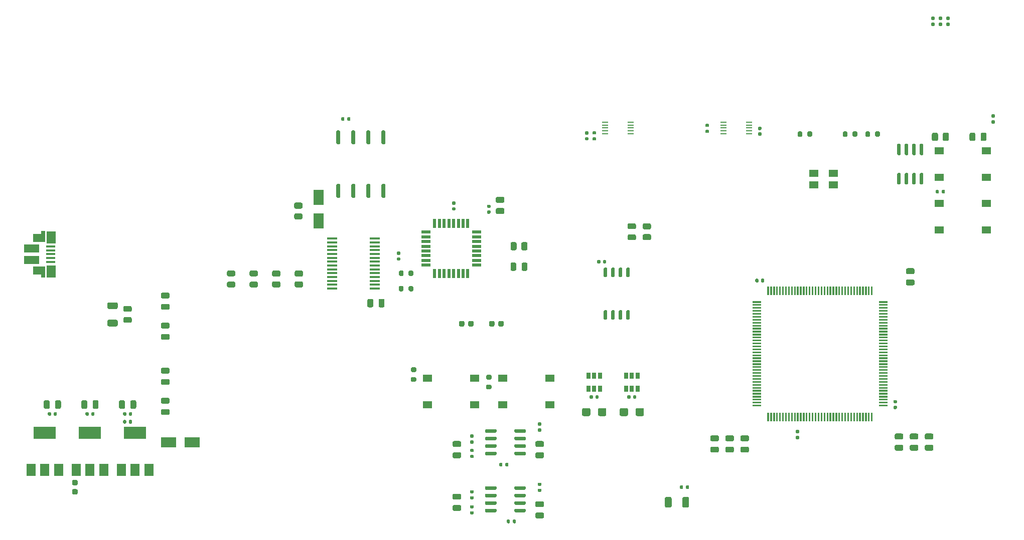
<source format=gbr>
%TF.GenerationSoftware,KiCad,Pcbnew,(5.1.10)-1*%
%TF.CreationDate,2024-11-23T17:23:42+01:00*%
%TF.ProjectId,EFES_project,45464553-5f70-4726-9f6a-6563742e6b69,rev?*%
%TF.SameCoordinates,Original*%
%TF.FileFunction,Paste,Top*%
%TF.FilePolarity,Positive*%
%FSLAX46Y46*%
G04 Gerber Fmt 4.6, Leading zero omitted, Abs format (unit mm)*
G04 Created by KiCad (PCBNEW (5.1.10)-1) date 2024-11-23 17:23:42*
%MOMM*%
%LPD*%
G01*
G04 APERTURE LIST*
%ADD10R,1.600000X1.300000*%
%ADD11R,0.650000X1.060000*%
%ADD12R,1.100000X0.250000*%
%ADD13R,1.500000X2.000000*%
%ADD14R,3.800000X2.000000*%
%ADD15R,1.750000X0.450000*%
%ADD16R,1.600000X0.550000*%
%ADD17R,0.550000X1.600000*%
%ADD18R,1.550000X1.300000*%
%ADD19R,2.500000X1.430000*%
%ADD20R,1.650000X0.400000*%
%ADD21R,0.700000X1.825000*%
%ADD22R,2.000000X1.350000*%
%ADD23R,1.800000X2.500000*%
%ADD24R,2.500000X1.800000*%
G04 APERTURE END LIST*
%TO.C,U8*%
G36*
G01*
X160040000Y-116505000D02*
X160040000Y-116805000D01*
G75*
G02*
X159890000Y-116955000I-150000J0D01*
G01*
X158240000Y-116955000D01*
G75*
G02*
X158090000Y-116805000I0J150000D01*
G01*
X158090000Y-116505000D01*
G75*
G02*
X158240000Y-116355000I150000J0D01*
G01*
X159890000Y-116355000D01*
G75*
G02*
X160040000Y-116505000I0J-150000D01*
G01*
G37*
G36*
G01*
X160040000Y-115235000D02*
X160040000Y-115535000D01*
G75*
G02*
X159890000Y-115685000I-150000J0D01*
G01*
X158240000Y-115685000D01*
G75*
G02*
X158090000Y-115535000I0J150000D01*
G01*
X158090000Y-115235000D01*
G75*
G02*
X158240000Y-115085000I150000J0D01*
G01*
X159890000Y-115085000D01*
G75*
G02*
X160040000Y-115235000I0J-150000D01*
G01*
G37*
G36*
G01*
X160040000Y-113965000D02*
X160040000Y-114265000D01*
G75*
G02*
X159890000Y-114415000I-150000J0D01*
G01*
X158240000Y-114415000D01*
G75*
G02*
X158090000Y-114265000I0J150000D01*
G01*
X158090000Y-113965000D01*
G75*
G02*
X158240000Y-113815000I150000J0D01*
G01*
X159890000Y-113815000D01*
G75*
G02*
X160040000Y-113965000I0J-150000D01*
G01*
G37*
G36*
G01*
X160040000Y-112695000D02*
X160040000Y-112995000D01*
G75*
G02*
X159890000Y-113145000I-150000J0D01*
G01*
X158240000Y-113145000D01*
G75*
G02*
X158090000Y-112995000I0J150000D01*
G01*
X158090000Y-112695000D01*
G75*
G02*
X158240000Y-112545000I150000J0D01*
G01*
X159890000Y-112545000D01*
G75*
G02*
X160040000Y-112695000I0J-150000D01*
G01*
G37*
G36*
G01*
X164990000Y-112695000D02*
X164990000Y-112995000D01*
G75*
G02*
X164840000Y-113145000I-150000J0D01*
G01*
X163190000Y-113145000D01*
G75*
G02*
X163040000Y-112995000I0J150000D01*
G01*
X163040000Y-112695000D01*
G75*
G02*
X163190000Y-112545000I150000J0D01*
G01*
X164840000Y-112545000D01*
G75*
G02*
X164990000Y-112695000I0J-150000D01*
G01*
G37*
G36*
G01*
X164990000Y-113965000D02*
X164990000Y-114265000D01*
G75*
G02*
X164840000Y-114415000I-150000J0D01*
G01*
X163190000Y-114415000D01*
G75*
G02*
X163040000Y-114265000I0J150000D01*
G01*
X163040000Y-113965000D01*
G75*
G02*
X163190000Y-113815000I150000J0D01*
G01*
X164840000Y-113815000D01*
G75*
G02*
X164990000Y-113965000I0J-150000D01*
G01*
G37*
G36*
G01*
X164990000Y-115235000D02*
X164990000Y-115535000D01*
G75*
G02*
X164840000Y-115685000I-150000J0D01*
G01*
X163190000Y-115685000D01*
G75*
G02*
X163040000Y-115535000I0J150000D01*
G01*
X163040000Y-115235000D01*
G75*
G02*
X163190000Y-115085000I150000J0D01*
G01*
X164840000Y-115085000D01*
G75*
G02*
X164990000Y-115235000I0J-150000D01*
G01*
G37*
G36*
G01*
X164990000Y-116505000D02*
X164990000Y-116805000D01*
G75*
G02*
X164840000Y-116955000I-150000J0D01*
G01*
X163190000Y-116955000D01*
G75*
G02*
X163040000Y-116805000I0J150000D01*
G01*
X163040000Y-116505000D01*
G75*
G02*
X163190000Y-116355000I150000J0D01*
G01*
X164840000Y-116355000D01*
G75*
G02*
X164990000Y-116505000I0J-150000D01*
G01*
G37*
%TD*%
%TO.C,U7*%
G36*
G01*
X160040000Y-106865000D02*
X160040000Y-107165000D01*
G75*
G02*
X159890000Y-107315000I-150000J0D01*
G01*
X158240000Y-107315000D01*
G75*
G02*
X158090000Y-107165000I0J150000D01*
G01*
X158090000Y-106865000D01*
G75*
G02*
X158240000Y-106715000I150000J0D01*
G01*
X159890000Y-106715000D01*
G75*
G02*
X160040000Y-106865000I0J-150000D01*
G01*
G37*
G36*
G01*
X160040000Y-105595000D02*
X160040000Y-105895000D01*
G75*
G02*
X159890000Y-106045000I-150000J0D01*
G01*
X158240000Y-106045000D01*
G75*
G02*
X158090000Y-105895000I0J150000D01*
G01*
X158090000Y-105595000D01*
G75*
G02*
X158240000Y-105445000I150000J0D01*
G01*
X159890000Y-105445000D01*
G75*
G02*
X160040000Y-105595000I0J-150000D01*
G01*
G37*
G36*
G01*
X160040000Y-104325000D02*
X160040000Y-104625000D01*
G75*
G02*
X159890000Y-104775000I-150000J0D01*
G01*
X158240000Y-104775000D01*
G75*
G02*
X158090000Y-104625000I0J150000D01*
G01*
X158090000Y-104325000D01*
G75*
G02*
X158240000Y-104175000I150000J0D01*
G01*
X159890000Y-104175000D01*
G75*
G02*
X160040000Y-104325000I0J-150000D01*
G01*
G37*
G36*
G01*
X160040000Y-103055000D02*
X160040000Y-103355000D01*
G75*
G02*
X159890000Y-103505000I-150000J0D01*
G01*
X158240000Y-103505000D01*
G75*
G02*
X158090000Y-103355000I0J150000D01*
G01*
X158090000Y-103055000D01*
G75*
G02*
X158240000Y-102905000I150000J0D01*
G01*
X159890000Y-102905000D01*
G75*
G02*
X160040000Y-103055000I0J-150000D01*
G01*
G37*
G36*
G01*
X164990000Y-103055000D02*
X164990000Y-103355000D01*
G75*
G02*
X164840000Y-103505000I-150000J0D01*
G01*
X163190000Y-103505000D01*
G75*
G02*
X163040000Y-103355000I0J150000D01*
G01*
X163040000Y-103055000D01*
G75*
G02*
X163190000Y-102905000I150000J0D01*
G01*
X164840000Y-102905000D01*
G75*
G02*
X164990000Y-103055000I0J-150000D01*
G01*
G37*
G36*
G01*
X164990000Y-104325000D02*
X164990000Y-104625000D01*
G75*
G02*
X164840000Y-104775000I-150000J0D01*
G01*
X163190000Y-104775000D01*
G75*
G02*
X163040000Y-104625000I0J150000D01*
G01*
X163040000Y-104325000D01*
G75*
G02*
X163190000Y-104175000I150000J0D01*
G01*
X164840000Y-104175000D01*
G75*
G02*
X164990000Y-104325000I0J-150000D01*
G01*
G37*
G36*
G01*
X164990000Y-105595000D02*
X164990000Y-105895000D01*
G75*
G02*
X164840000Y-106045000I-150000J0D01*
G01*
X163190000Y-106045000D01*
G75*
G02*
X163040000Y-105895000I0J150000D01*
G01*
X163040000Y-105595000D01*
G75*
G02*
X163190000Y-105445000I150000J0D01*
G01*
X164840000Y-105445000D01*
G75*
G02*
X164990000Y-105595000I0J-150000D01*
G01*
G37*
G36*
G01*
X164990000Y-106865000D02*
X164990000Y-107165000D01*
G75*
G02*
X164840000Y-107315000I-150000J0D01*
G01*
X163190000Y-107315000D01*
G75*
G02*
X163040000Y-107165000I0J150000D01*
G01*
X163040000Y-106865000D01*
G75*
G02*
X163190000Y-106715000I150000J0D01*
G01*
X164840000Y-106715000D01*
G75*
G02*
X164990000Y-106865000I0J-150000D01*
G01*
G37*
%TD*%
%TO.C,U13*%
G36*
G01*
X231615000Y-59610000D02*
X231915000Y-59610000D01*
G75*
G02*
X232065000Y-59760000I0J-150000D01*
G01*
X232065000Y-61410000D01*
G75*
G02*
X231915000Y-61560000I-150000J0D01*
G01*
X231615000Y-61560000D01*
G75*
G02*
X231465000Y-61410000I0J150000D01*
G01*
X231465000Y-59760000D01*
G75*
G02*
X231615000Y-59610000I150000J0D01*
G01*
G37*
G36*
G01*
X230345000Y-59610000D02*
X230645000Y-59610000D01*
G75*
G02*
X230795000Y-59760000I0J-150000D01*
G01*
X230795000Y-61410000D01*
G75*
G02*
X230645000Y-61560000I-150000J0D01*
G01*
X230345000Y-61560000D01*
G75*
G02*
X230195000Y-61410000I0J150000D01*
G01*
X230195000Y-59760000D01*
G75*
G02*
X230345000Y-59610000I150000J0D01*
G01*
G37*
G36*
G01*
X229075000Y-59610000D02*
X229375000Y-59610000D01*
G75*
G02*
X229525000Y-59760000I0J-150000D01*
G01*
X229525000Y-61410000D01*
G75*
G02*
X229375000Y-61560000I-150000J0D01*
G01*
X229075000Y-61560000D01*
G75*
G02*
X228925000Y-61410000I0J150000D01*
G01*
X228925000Y-59760000D01*
G75*
G02*
X229075000Y-59610000I150000J0D01*
G01*
G37*
G36*
G01*
X227805000Y-59610000D02*
X228105000Y-59610000D01*
G75*
G02*
X228255000Y-59760000I0J-150000D01*
G01*
X228255000Y-61410000D01*
G75*
G02*
X228105000Y-61560000I-150000J0D01*
G01*
X227805000Y-61560000D01*
G75*
G02*
X227655000Y-61410000I0J150000D01*
G01*
X227655000Y-59760000D01*
G75*
G02*
X227805000Y-59610000I150000J0D01*
G01*
G37*
G36*
G01*
X227805000Y-54660000D02*
X228105000Y-54660000D01*
G75*
G02*
X228255000Y-54810000I0J-150000D01*
G01*
X228255000Y-56460000D01*
G75*
G02*
X228105000Y-56610000I-150000J0D01*
G01*
X227805000Y-56610000D01*
G75*
G02*
X227655000Y-56460000I0J150000D01*
G01*
X227655000Y-54810000D01*
G75*
G02*
X227805000Y-54660000I150000J0D01*
G01*
G37*
G36*
G01*
X229075000Y-54660000D02*
X229375000Y-54660000D01*
G75*
G02*
X229525000Y-54810000I0J-150000D01*
G01*
X229525000Y-56460000D01*
G75*
G02*
X229375000Y-56610000I-150000J0D01*
G01*
X229075000Y-56610000D01*
G75*
G02*
X228925000Y-56460000I0J150000D01*
G01*
X228925000Y-54810000D01*
G75*
G02*
X229075000Y-54660000I150000J0D01*
G01*
G37*
G36*
G01*
X230345000Y-54660000D02*
X230645000Y-54660000D01*
G75*
G02*
X230795000Y-54810000I0J-150000D01*
G01*
X230795000Y-56460000D01*
G75*
G02*
X230645000Y-56610000I-150000J0D01*
G01*
X230345000Y-56610000D01*
G75*
G02*
X230195000Y-56460000I0J150000D01*
G01*
X230195000Y-54810000D01*
G75*
G02*
X230345000Y-54660000I150000J0D01*
G01*
G37*
G36*
G01*
X231615000Y-54660000D02*
X231915000Y-54660000D01*
G75*
G02*
X232065000Y-54810000I0J-150000D01*
G01*
X232065000Y-56460000D01*
G75*
G02*
X231915000Y-56610000I-150000J0D01*
G01*
X231615000Y-56610000D01*
G75*
G02*
X231465000Y-56460000I0J150000D01*
G01*
X231465000Y-54810000D01*
G75*
G02*
X231615000Y-54660000I150000J0D01*
G01*
G37*
%TD*%
D10*
%TO.C,X1*%
X213605000Y-59650000D03*
X216905000Y-59650000D03*
X216905000Y-61650000D03*
X213605000Y-61650000D03*
%TD*%
%TO.C,U17*%
G36*
G01*
X133502500Y-54760000D02*
X133177500Y-54760000D01*
G75*
G02*
X133015000Y-54597500I0J162500D01*
G01*
X133015000Y-52572500D01*
G75*
G02*
X133177500Y-52410000I162500J0D01*
G01*
X133502500Y-52410000D01*
G75*
G02*
X133665000Y-52572500I0J-162500D01*
G01*
X133665000Y-54597500D01*
G75*
G02*
X133502500Y-54760000I-162500J0D01*
G01*
G37*
G36*
G01*
X136042500Y-54760000D02*
X135717500Y-54760000D01*
G75*
G02*
X135555000Y-54597500I0J162500D01*
G01*
X135555000Y-52572500D01*
G75*
G02*
X135717500Y-52410000I162500J0D01*
G01*
X136042500Y-52410000D01*
G75*
G02*
X136205000Y-52572500I0J-162500D01*
G01*
X136205000Y-54597500D01*
G75*
G02*
X136042500Y-54760000I-162500J0D01*
G01*
G37*
G36*
G01*
X138582500Y-54760000D02*
X138257500Y-54760000D01*
G75*
G02*
X138095000Y-54597500I0J162500D01*
G01*
X138095000Y-52572500D01*
G75*
G02*
X138257500Y-52410000I162500J0D01*
G01*
X138582500Y-52410000D01*
G75*
G02*
X138745000Y-52572500I0J-162500D01*
G01*
X138745000Y-54597500D01*
G75*
G02*
X138582500Y-54760000I-162500J0D01*
G01*
G37*
G36*
G01*
X141122500Y-54760000D02*
X140797500Y-54760000D01*
G75*
G02*
X140635000Y-54597500I0J162500D01*
G01*
X140635000Y-52572500D01*
G75*
G02*
X140797500Y-52410000I162500J0D01*
G01*
X141122500Y-52410000D01*
G75*
G02*
X141285000Y-52572500I0J-162500D01*
G01*
X141285000Y-54597500D01*
G75*
G02*
X141122500Y-54760000I-162500J0D01*
G01*
G37*
G36*
G01*
X141122500Y-63810000D02*
X140797500Y-63810000D01*
G75*
G02*
X140635000Y-63647500I0J162500D01*
G01*
X140635000Y-61622500D01*
G75*
G02*
X140797500Y-61460000I162500J0D01*
G01*
X141122500Y-61460000D01*
G75*
G02*
X141285000Y-61622500I0J-162500D01*
G01*
X141285000Y-63647500D01*
G75*
G02*
X141122500Y-63810000I-162500J0D01*
G01*
G37*
G36*
G01*
X138582500Y-63810000D02*
X138257500Y-63810000D01*
G75*
G02*
X138095000Y-63647500I0J162500D01*
G01*
X138095000Y-61622500D01*
G75*
G02*
X138257500Y-61460000I162500J0D01*
G01*
X138582500Y-61460000D01*
G75*
G02*
X138745000Y-61622500I0J-162500D01*
G01*
X138745000Y-63647500D01*
G75*
G02*
X138582500Y-63810000I-162500J0D01*
G01*
G37*
G36*
G01*
X136042500Y-63810000D02*
X135717500Y-63810000D01*
G75*
G02*
X135555000Y-63647500I0J162500D01*
G01*
X135555000Y-61622500D01*
G75*
G02*
X135717500Y-61460000I162500J0D01*
G01*
X136042500Y-61460000D01*
G75*
G02*
X136205000Y-61622500I0J-162500D01*
G01*
X136205000Y-63647500D01*
G75*
G02*
X136042500Y-63810000I-162500J0D01*
G01*
G37*
G36*
G01*
X133502500Y-63810000D02*
X133177500Y-63810000D01*
G75*
G02*
X133015000Y-63647500I0J162500D01*
G01*
X133015000Y-61622500D01*
G75*
G02*
X133177500Y-61460000I162500J0D01*
G01*
X133502500Y-61460000D01*
G75*
G02*
X133665000Y-61622500I0J-162500D01*
G01*
X133665000Y-63647500D01*
G75*
G02*
X133502500Y-63810000I-162500J0D01*
G01*
G37*
%TD*%
D11*
%TO.C,U16*%
X182870000Y-93840000D03*
X181920000Y-93840000D03*
X183820000Y-93840000D03*
X183820000Y-96040000D03*
X182870000Y-96040000D03*
X181920000Y-96040000D03*
%TD*%
%TO.C,U15*%
X176520000Y-93840000D03*
X175570000Y-93840000D03*
X177470000Y-93840000D03*
X177470000Y-96040000D03*
X176520000Y-96040000D03*
X175570000Y-96040000D03*
%TD*%
%TO.C,U14*%
G36*
G01*
X178585000Y-77210000D02*
X178285000Y-77210000D01*
G75*
G02*
X178135000Y-77060000I0J150000D01*
G01*
X178135000Y-75760000D01*
G75*
G02*
X178285000Y-75610000I150000J0D01*
G01*
X178585000Y-75610000D01*
G75*
G02*
X178735000Y-75760000I0J-150000D01*
G01*
X178735000Y-77060000D01*
G75*
G02*
X178585000Y-77210000I-150000J0D01*
G01*
G37*
G36*
G01*
X179855000Y-77210000D02*
X179555000Y-77210000D01*
G75*
G02*
X179405000Y-77060000I0J150000D01*
G01*
X179405000Y-75760000D01*
G75*
G02*
X179555000Y-75610000I150000J0D01*
G01*
X179855000Y-75610000D01*
G75*
G02*
X180005000Y-75760000I0J-150000D01*
G01*
X180005000Y-77060000D01*
G75*
G02*
X179855000Y-77210000I-150000J0D01*
G01*
G37*
G36*
G01*
X181125000Y-77210000D02*
X180825000Y-77210000D01*
G75*
G02*
X180675000Y-77060000I0J150000D01*
G01*
X180675000Y-75760000D01*
G75*
G02*
X180825000Y-75610000I150000J0D01*
G01*
X181125000Y-75610000D01*
G75*
G02*
X181275000Y-75760000I0J-150000D01*
G01*
X181275000Y-77060000D01*
G75*
G02*
X181125000Y-77210000I-150000J0D01*
G01*
G37*
G36*
G01*
X182395000Y-77210000D02*
X182095000Y-77210000D01*
G75*
G02*
X181945000Y-77060000I0J150000D01*
G01*
X181945000Y-75760000D01*
G75*
G02*
X182095000Y-75610000I150000J0D01*
G01*
X182395000Y-75610000D01*
G75*
G02*
X182545000Y-75760000I0J-150000D01*
G01*
X182545000Y-77060000D01*
G75*
G02*
X182395000Y-77210000I-150000J0D01*
G01*
G37*
G36*
G01*
X182395000Y-84410000D02*
X182095000Y-84410000D01*
G75*
G02*
X181945000Y-84260000I0J150000D01*
G01*
X181945000Y-82960000D01*
G75*
G02*
X182095000Y-82810000I150000J0D01*
G01*
X182395000Y-82810000D01*
G75*
G02*
X182545000Y-82960000I0J-150000D01*
G01*
X182545000Y-84260000D01*
G75*
G02*
X182395000Y-84410000I-150000J0D01*
G01*
G37*
G36*
G01*
X181125000Y-84410000D02*
X180825000Y-84410000D01*
G75*
G02*
X180675000Y-84260000I0J150000D01*
G01*
X180675000Y-82960000D01*
G75*
G02*
X180825000Y-82810000I150000J0D01*
G01*
X181125000Y-82810000D01*
G75*
G02*
X181275000Y-82960000I0J-150000D01*
G01*
X181275000Y-84260000D01*
G75*
G02*
X181125000Y-84410000I-150000J0D01*
G01*
G37*
G36*
G01*
X179855000Y-84410000D02*
X179555000Y-84410000D01*
G75*
G02*
X179405000Y-84260000I0J150000D01*
G01*
X179405000Y-82960000D01*
G75*
G02*
X179555000Y-82810000I150000J0D01*
G01*
X179855000Y-82810000D01*
G75*
G02*
X180005000Y-82960000I0J-150000D01*
G01*
X180005000Y-84260000D01*
G75*
G02*
X179855000Y-84410000I-150000J0D01*
G01*
G37*
G36*
G01*
X178585000Y-84410000D02*
X178285000Y-84410000D01*
G75*
G02*
X178135000Y-84260000I0J150000D01*
G01*
X178135000Y-82960000D01*
G75*
G02*
X178285000Y-82810000I150000J0D01*
G01*
X178585000Y-82810000D01*
G75*
G02*
X178735000Y-82960000I0J-150000D01*
G01*
X178735000Y-84260000D01*
G75*
G02*
X178585000Y-84410000I-150000J0D01*
G01*
G37*
%TD*%
D12*
%TO.C,U12*%
X198350000Y-53000000D03*
X198350000Y-52500000D03*
X198350000Y-52000000D03*
X198350000Y-51500000D03*
X198350000Y-51000000D03*
X202650000Y-51000000D03*
X202650000Y-51500000D03*
X202650000Y-52000000D03*
X202650000Y-52500000D03*
X202650000Y-53000000D03*
%TD*%
%TO.C,U11*%
X178350000Y-53000000D03*
X178350000Y-52500000D03*
X178350000Y-52000000D03*
X178350000Y-51500000D03*
X178350000Y-51000000D03*
X182650000Y-51000000D03*
X182650000Y-51500000D03*
X182650000Y-52000000D03*
X182650000Y-52500000D03*
X182650000Y-53000000D03*
%TD*%
D13*
%TO.C,U10*%
X81520000Y-109830000D03*
X86120000Y-109830000D03*
X83820000Y-109830000D03*
D14*
X83820000Y-103530000D03*
%TD*%
D13*
%TO.C,U9*%
X89140000Y-109830000D03*
X93740000Y-109830000D03*
X91440000Y-109830000D03*
D14*
X91440000Y-103530000D03*
%TD*%
D13*
%TO.C,U4*%
X96760000Y-109830000D03*
X101360000Y-109830000D03*
X99060000Y-109830000D03*
D14*
X99060000Y-103530000D03*
%TD*%
D15*
%TO.C,U3*%
X132290000Y-79155000D03*
X132290000Y-78505000D03*
X132290000Y-77855000D03*
X132290000Y-77205000D03*
X132290000Y-76555000D03*
X132290000Y-75905000D03*
X132290000Y-75255000D03*
X132290000Y-74605000D03*
X132290000Y-73955000D03*
X132290000Y-73305000D03*
X132290000Y-72655000D03*
X132290000Y-72005000D03*
X132290000Y-71355000D03*
X132290000Y-70705000D03*
X139490000Y-70705000D03*
X139490000Y-71355000D03*
X139490000Y-72005000D03*
X139490000Y-72655000D03*
X139490000Y-73305000D03*
X139490000Y-73955000D03*
X139490000Y-74605000D03*
X139490000Y-75255000D03*
X139490000Y-75905000D03*
X139490000Y-76555000D03*
X139490000Y-77205000D03*
X139490000Y-77855000D03*
X139490000Y-78505000D03*
X139490000Y-79155000D03*
%TD*%
D16*
%TO.C,U2*%
X148150000Y-75190000D03*
X148150000Y-74390000D03*
X148150000Y-73590000D03*
X148150000Y-72790000D03*
X148150000Y-71990000D03*
X148150000Y-71190000D03*
X148150000Y-70390000D03*
X148150000Y-69590000D03*
D17*
X149600000Y-68140000D03*
X150400000Y-68140000D03*
X151200000Y-68140000D03*
X152000000Y-68140000D03*
X152800000Y-68140000D03*
X153600000Y-68140000D03*
X154400000Y-68140000D03*
X155200000Y-68140000D03*
D16*
X156650000Y-69590000D03*
X156650000Y-70390000D03*
X156650000Y-71190000D03*
X156650000Y-71990000D03*
X156650000Y-72790000D03*
X156650000Y-73590000D03*
X156650000Y-74390000D03*
X156650000Y-75190000D03*
D17*
X155200000Y-76640000D03*
X154400000Y-76640000D03*
X153600000Y-76640000D03*
X152800000Y-76640000D03*
X152000000Y-76640000D03*
X151200000Y-76640000D03*
X150400000Y-76640000D03*
X149600000Y-76640000D03*
%TD*%
%TO.C,U1*%
G36*
G01*
X223275000Y-100105000D02*
X223485000Y-100105000D01*
G75*
G02*
X223520000Y-100140000I0J-35000D01*
G01*
X223520000Y-101540000D01*
G75*
G02*
X223485000Y-101575000I-35000J0D01*
G01*
X223275000Y-101575000D01*
G75*
G02*
X223240000Y-101540000I0J35000D01*
G01*
X223240000Y-100140000D01*
G75*
G02*
X223275000Y-100105000I35000J0D01*
G01*
G37*
G36*
G01*
X222775000Y-100105000D02*
X222985000Y-100105000D01*
G75*
G02*
X223020000Y-100140000I0J-35000D01*
G01*
X223020000Y-101540000D01*
G75*
G02*
X222985000Y-101575000I-35000J0D01*
G01*
X222775000Y-101575000D01*
G75*
G02*
X222740000Y-101540000I0J35000D01*
G01*
X222740000Y-100140000D01*
G75*
G02*
X222775000Y-100105000I35000J0D01*
G01*
G37*
G36*
G01*
X222275000Y-100105000D02*
X222485000Y-100105000D01*
G75*
G02*
X222520000Y-100140000I0J-35000D01*
G01*
X222520000Y-101540000D01*
G75*
G02*
X222485000Y-101575000I-35000J0D01*
G01*
X222275000Y-101575000D01*
G75*
G02*
X222240000Y-101540000I0J35000D01*
G01*
X222240000Y-100140000D01*
G75*
G02*
X222275000Y-100105000I35000J0D01*
G01*
G37*
G36*
G01*
X221775000Y-100105000D02*
X221985000Y-100105000D01*
G75*
G02*
X222020000Y-100140000I0J-35000D01*
G01*
X222020000Y-101540000D01*
G75*
G02*
X221985000Y-101575000I-35000J0D01*
G01*
X221775000Y-101575000D01*
G75*
G02*
X221740000Y-101540000I0J35000D01*
G01*
X221740000Y-100140000D01*
G75*
G02*
X221775000Y-100105000I35000J0D01*
G01*
G37*
G36*
G01*
X221275000Y-100105000D02*
X221485000Y-100105000D01*
G75*
G02*
X221520000Y-100140000I0J-35000D01*
G01*
X221520000Y-101540000D01*
G75*
G02*
X221485000Y-101575000I-35000J0D01*
G01*
X221275000Y-101575000D01*
G75*
G02*
X221240000Y-101540000I0J35000D01*
G01*
X221240000Y-100140000D01*
G75*
G02*
X221275000Y-100105000I35000J0D01*
G01*
G37*
G36*
G01*
X220775000Y-100105000D02*
X220985000Y-100105000D01*
G75*
G02*
X221020000Y-100140000I0J-35000D01*
G01*
X221020000Y-101540000D01*
G75*
G02*
X220985000Y-101575000I-35000J0D01*
G01*
X220775000Y-101575000D01*
G75*
G02*
X220740000Y-101540000I0J35000D01*
G01*
X220740000Y-100140000D01*
G75*
G02*
X220775000Y-100105000I35000J0D01*
G01*
G37*
G36*
G01*
X220275000Y-100105000D02*
X220485000Y-100105000D01*
G75*
G02*
X220520000Y-100140000I0J-35000D01*
G01*
X220520000Y-101540000D01*
G75*
G02*
X220485000Y-101575000I-35000J0D01*
G01*
X220275000Y-101575000D01*
G75*
G02*
X220240000Y-101540000I0J35000D01*
G01*
X220240000Y-100140000D01*
G75*
G02*
X220275000Y-100105000I35000J0D01*
G01*
G37*
G36*
G01*
X219775000Y-100105000D02*
X219985000Y-100105000D01*
G75*
G02*
X220020000Y-100140000I0J-35000D01*
G01*
X220020000Y-101540000D01*
G75*
G02*
X219985000Y-101575000I-35000J0D01*
G01*
X219775000Y-101575000D01*
G75*
G02*
X219740000Y-101540000I0J35000D01*
G01*
X219740000Y-100140000D01*
G75*
G02*
X219775000Y-100105000I35000J0D01*
G01*
G37*
G36*
G01*
X219275000Y-100105000D02*
X219485000Y-100105000D01*
G75*
G02*
X219520000Y-100140000I0J-35000D01*
G01*
X219520000Y-101540000D01*
G75*
G02*
X219485000Y-101575000I-35000J0D01*
G01*
X219275000Y-101575000D01*
G75*
G02*
X219240000Y-101540000I0J35000D01*
G01*
X219240000Y-100140000D01*
G75*
G02*
X219275000Y-100105000I35000J0D01*
G01*
G37*
G36*
G01*
X218775000Y-100105000D02*
X218985000Y-100105000D01*
G75*
G02*
X219020000Y-100140000I0J-35000D01*
G01*
X219020000Y-101540000D01*
G75*
G02*
X218985000Y-101575000I-35000J0D01*
G01*
X218775000Y-101575000D01*
G75*
G02*
X218740000Y-101540000I0J35000D01*
G01*
X218740000Y-100140000D01*
G75*
G02*
X218775000Y-100105000I35000J0D01*
G01*
G37*
G36*
G01*
X218275000Y-100105000D02*
X218485000Y-100105000D01*
G75*
G02*
X218520000Y-100140000I0J-35000D01*
G01*
X218520000Y-101540000D01*
G75*
G02*
X218485000Y-101575000I-35000J0D01*
G01*
X218275000Y-101575000D01*
G75*
G02*
X218240000Y-101540000I0J35000D01*
G01*
X218240000Y-100140000D01*
G75*
G02*
X218275000Y-100105000I35000J0D01*
G01*
G37*
G36*
G01*
X217775000Y-100105000D02*
X217985000Y-100105000D01*
G75*
G02*
X218020000Y-100140000I0J-35000D01*
G01*
X218020000Y-101540000D01*
G75*
G02*
X217985000Y-101575000I-35000J0D01*
G01*
X217775000Y-101575000D01*
G75*
G02*
X217740000Y-101540000I0J35000D01*
G01*
X217740000Y-100140000D01*
G75*
G02*
X217775000Y-100105000I35000J0D01*
G01*
G37*
G36*
G01*
X217275000Y-100105000D02*
X217485000Y-100105000D01*
G75*
G02*
X217520000Y-100140000I0J-35000D01*
G01*
X217520000Y-101540000D01*
G75*
G02*
X217485000Y-101575000I-35000J0D01*
G01*
X217275000Y-101575000D01*
G75*
G02*
X217240000Y-101540000I0J35000D01*
G01*
X217240000Y-100140000D01*
G75*
G02*
X217275000Y-100105000I35000J0D01*
G01*
G37*
G36*
G01*
X216775000Y-100105000D02*
X216985000Y-100105000D01*
G75*
G02*
X217020000Y-100140000I0J-35000D01*
G01*
X217020000Y-101540000D01*
G75*
G02*
X216985000Y-101575000I-35000J0D01*
G01*
X216775000Y-101575000D01*
G75*
G02*
X216740000Y-101540000I0J35000D01*
G01*
X216740000Y-100140000D01*
G75*
G02*
X216775000Y-100105000I35000J0D01*
G01*
G37*
G36*
G01*
X216275000Y-100105000D02*
X216485000Y-100105000D01*
G75*
G02*
X216520000Y-100140000I0J-35000D01*
G01*
X216520000Y-101540000D01*
G75*
G02*
X216485000Y-101575000I-35000J0D01*
G01*
X216275000Y-101575000D01*
G75*
G02*
X216240000Y-101540000I0J35000D01*
G01*
X216240000Y-100140000D01*
G75*
G02*
X216275000Y-100105000I35000J0D01*
G01*
G37*
G36*
G01*
X215775000Y-100105000D02*
X215985000Y-100105000D01*
G75*
G02*
X216020000Y-100140000I0J-35000D01*
G01*
X216020000Y-101540000D01*
G75*
G02*
X215985000Y-101575000I-35000J0D01*
G01*
X215775000Y-101575000D01*
G75*
G02*
X215740000Y-101540000I0J35000D01*
G01*
X215740000Y-100140000D01*
G75*
G02*
X215775000Y-100105000I35000J0D01*
G01*
G37*
G36*
G01*
X215275000Y-100105000D02*
X215485000Y-100105000D01*
G75*
G02*
X215520000Y-100140000I0J-35000D01*
G01*
X215520000Y-101540000D01*
G75*
G02*
X215485000Y-101575000I-35000J0D01*
G01*
X215275000Y-101575000D01*
G75*
G02*
X215240000Y-101540000I0J35000D01*
G01*
X215240000Y-100140000D01*
G75*
G02*
X215275000Y-100105000I35000J0D01*
G01*
G37*
G36*
G01*
X214775000Y-100105000D02*
X214985000Y-100105000D01*
G75*
G02*
X215020000Y-100140000I0J-35000D01*
G01*
X215020000Y-101540000D01*
G75*
G02*
X214985000Y-101575000I-35000J0D01*
G01*
X214775000Y-101575000D01*
G75*
G02*
X214740000Y-101540000I0J35000D01*
G01*
X214740000Y-100140000D01*
G75*
G02*
X214775000Y-100105000I35000J0D01*
G01*
G37*
G36*
G01*
X214275000Y-100105000D02*
X214485000Y-100105000D01*
G75*
G02*
X214520000Y-100140000I0J-35000D01*
G01*
X214520000Y-101540000D01*
G75*
G02*
X214485000Y-101575000I-35000J0D01*
G01*
X214275000Y-101575000D01*
G75*
G02*
X214240000Y-101540000I0J35000D01*
G01*
X214240000Y-100140000D01*
G75*
G02*
X214275000Y-100105000I35000J0D01*
G01*
G37*
G36*
G01*
X213775000Y-100105000D02*
X213985000Y-100105000D01*
G75*
G02*
X214020000Y-100140000I0J-35000D01*
G01*
X214020000Y-101540000D01*
G75*
G02*
X213985000Y-101575000I-35000J0D01*
G01*
X213775000Y-101575000D01*
G75*
G02*
X213740000Y-101540000I0J35000D01*
G01*
X213740000Y-100140000D01*
G75*
G02*
X213775000Y-100105000I35000J0D01*
G01*
G37*
G36*
G01*
X213275000Y-100105000D02*
X213485000Y-100105000D01*
G75*
G02*
X213520000Y-100140000I0J-35000D01*
G01*
X213520000Y-101540000D01*
G75*
G02*
X213485000Y-101575000I-35000J0D01*
G01*
X213275000Y-101575000D01*
G75*
G02*
X213240000Y-101540000I0J35000D01*
G01*
X213240000Y-100140000D01*
G75*
G02*
X213275000Y-100105000I35000J0D01*
G01*
G37*
G36*
G01*
X212775000Y-100105000D02*
X212985000Y-100105000D01*
G75*
G02*
X213020000Y-100140000I0J-35000D01*
G01*
X213020000Y-101540000D01*
G75*
G02*
X212985000Y-101575000I-35000J0D01*
G01*
X212775000Y-101575000D01*
G75*
G02*
X212740000Y-101540000I0J35000D01*
G01*
X212740000Y-100140000D01*
G75*
G02*
X212775000Y-100105000I35000J0D01*
G01*
G37*
G36*
G01*
X212275000Y-100105000D02*
X212485000Y-100105000D01*
G75*
G02*
X212520000Y-100140000I0J-35000D01*
G01*
X212520000Y-101540000D01*
G75*
G02*
X212485000Y-101575000I-35000J0D01*
G01*
X212275000Y-101575000D01*
G75*
G02*
X212240000Y-101540000I0J35000D01*
G01*
X212240000Y-100140000D01*
G75*
G02*
X212275000Y-100105000I35000J0D01*
G01*
G37*
G36*
G01*
X211775000Y-100105000D02*
X211985000Y-100105000D01*
G75*
G02*
X212020000Y-100140000I0J-35000D01*
G01*
X212020000Y-101540000D01*
G75*
G02*
X211985000Y-101575000I-35000J0D01*
G01*
X211775000Y-101575000D01*
G75*
G02*
X211740000Y-101540000I0J35000D01*
G01*
X211740000Y-100140000D01*
G75*
G02*
X211775000Y-100105000I35000J0D01*
G01*
G37*
G36*
G01*
X211275000Y-100105000D02*
X211485000Y-100105000D01*
G75*
G02*
X211520000Y-100140000I0J-35000D01*
G01*
X211520000Y-101540000D01*
G75*
G02*
X211485000Y-101575000I-35000J0D01*
G01*
X211275000Y-101575000D01*
G75*
G02*
X211240000Y-101540000I0J35000D01*
G01*
X211240000Y-100140000D01*
G75*
G02*
X211275000Y-100105000I35000J0D01*
G01*
G37*
G36*
G01*
X210775000Y-100105000D02*
X210985000Y-100105000D01*
G75*
G02*
X211020000Y-100140000I0J-35000D01*
G01*
X211020000Y-101540000D01*
G75*
G02*
X210985000Y-101575000I-35000J0D01*
G01*
X210775000Y-101575000D01*
G75*
G02*
X210740000Y-101540000I0J35000D01*
G01*
X210740000Y-100140000D01*
G75*
G02*
X210775000Y-100105000I35000J0D01*
G01*
G37*
G36*
G01*
X210275000Y-100105000D02*
X210485000Y-100105000D01*
G75*
G02*
X210520000Y-100140000I0J-35000D01*
G01*
X210520000Y-101540000D01*
G75*
G02*
X210485000Y-101575000I-35000J0D01*
G01*
X210275000Y-101575000D01*
G75*
G02*
X210240000Y-101540000I0J35000D01*
G01*
X210240000Y-100140000D01*
G75*
G02*
X210275000Y-100105000I35000J0D01*
G01*
G37*
G36*
G01*
X209775000Y-100105000D02*
X209985000Y-100105000D01*
G75*
G02*
X210020000Y-100140000I0J-35000D01*
G01*
X210020000Y-101540000D01*
G75*
G02*
X209985000Y-101575000I-35000J0D01*
G01*
X209775000Y-101575000D01*
G75*
G02*
X209740000Y-101540000I0J35000D01*
G01*
X209740000Y-100140000D01*
G75*
G02*
X209775000Y-100105000I35000J0D01*
G01*
G37*
G36*
G01*
X209275000Y-100105000D02*
X209485000Y-100105000D01*
G75*
G02*
X209520000Y-100140000I0J-35000D01*
G01*
X209520000Y-101540000D01*
G75*
G02*
X209485000Y-101575000I-35000J0D01*
G01*
X209275000Y-101575000D01*
G75*
G02*
X209240000Y-101540000I0J35000D01*
G01*
X209240000Y-100140000D01*
G75*
G02*
X209275000Y-100105000I35000J0D01*
G01*
G37*
G36*
G01*
X208775000Y-100105000D02*
X208985000Y-100105000D01*
G75*
G02*
X209020000Y-100140000I0J-35000D01*
G01*
X209020000Y-101540000D01*
G75*
G02*
X208985000Y-101575000I-35000J0D01*
G01*
X208775000Y-101575000D01*
G75*
G02*
X208740000Y-101540000I0J35000D01*
G01*
X208740000Y-100140000D01*
G75*
G02*
X208775000Y-100105000I35000J0D01*
G01*
G37*
G36*
G01*
X208275000Y-100105000D02*
X208485000Y-100105000D01*
G75*
G02*
X208520000Y-100140000I0J-35000D01*
G01*
X208520000Y-101540000D01*
G75*
G02*
X208485000Y-101575000I-35000J0D01*
G01*
X208275000Y-101575000D01*
G75*
G02*
X208240000Y-101540000I0J35000D01*
G01*
X208240000Y-100140000D01*
G75*
G02*
X208275000Y-100105000I35000J0D01*
G01*
G37*
G36*
G01*
X207775000Y-100105000D02*
X207985000Y-100105000D01*
G75*
G02*
X208020000Y-100140000I0J-35000D01*
G01*
X208020000Y-101540000D01*
G75*
G02*
X207985000Y-101575000I-35000J0D01*
G01*
X207775000Y-101575000D01*
G75*
G02*
X207740000Y-101540000I0J35000D01*
G01*
X207740000Y-100140000D01*
G75*
G02*
X207775000Y-100105000I35000J0D01*
G01*
G37*
G36*
G01*
X207275000Y-100105000D02*
X207485000Y-100105000D01*
G75*
G02*
X207520000Y-100140000I0J-35000D01*
G01*
X207520000Y-101540000D01*
G75*
G02*
X207485000Y-101575000I-35000J0D01*
G01*
X207275000Y-101575000D01*
G75*
G02*
X207240000Y-101540000I0J35000D01*
G01*
X207240000Y-100140000D01*
G75*
G02*
X207275000Y-100105000I35000J0D01*
G01*
G37*
G36*
G01*
X206775000Y-100105000D02*
X206985000Y-100105000D01*
G75*
G02*
X207020000Y-100140000I0J-35000D01*
G01*
X207020000Y-101540000D01*
G75*
G02*
X206985000Y-101575000I-35000J0D01*
G01*
X206775000Y-101575000D01*
G75*
G02*
X206740000Y-101540000I0J35000D01*
G01*
X206740000Y-100140000D01*
G75*
G02*
X206775000Y-100105000I35000J0D01*
G01*
G37*
G36*
G01*
X206275000Y-100105000D02*
X206485000Y-100105000D01*
G75*
G02*
X206520000Y-100140000I0J-35000D01*
G01*
X206520000Y-101540000D01*
G75*
G02*
X206485000Y-101575000I-35000J0D01*
G01*
X206275000Y-101575000D01*
G75*
G02*
X206240000Y-101540000I0J35000D01*
G01*
X206240000Y-100140000D01*
G75*
G02*
X206275000Y-100105000I35000J0D01*
G01*
G37*
G36*
G01*
X205775000Y-100105000D02*
X205985000Y-100105000D01*
G75*
G02*
X206020000Y-100140000I0J-35000D01*
G01*
X206020000Y-101540000D01*
G75*
G02*
X205985000Y-101575000I-35000J0D01*
G01*
X205775000Y-101575000D01*
G75*
G02*
X205740000Y-101540000I0J35000D01*
G01*
X205740000Y-100140000D01*
G75*
G02*
X205775000Y-100105000I35000J0D01*
G01*
G37*
G36*
G01*
X205775000Y-78765000D02*
X205985000Y-78765000D01*
G75*
G02*
X206020000Y-78800000I0J-35000D01*
G01*
X206020000Y-80200000D01*
G75*
G02*
X205985000Y-80235000I-35000J0D01*
G01*
X205775000Y-80235000D01*
G75*
G02*
X205740000Y-80200000I0J35000D01*
G01*
X205740000Y-78800000D01*
G75*
G02*
X205775000Y-78765000I35000J0D01*
G01*
G37*
G36*
G01*
X206275000Y-78765000D02*
X206485000Y-78765000D01*
G75*
G02*
X206520000Y-78800000I0J-35000D01*
G01*
X206520000Y-80200000D01*
G75*
G02*
X206485000Y-80235000I-35000J0D01*
G01*
X206275000Y-80235000D01*
G75*
G02*
X206240000Y-80200000I0J35000D01*
G01*
X206240000Y-78800000D01*
G75*
G02*
X206275000Y-78765000I35000J0D01*
G01*
G37*
G36*
G01*
X206775000Y-78765000D02*
X206985000Y-78765000D01*
G75*
G02*
X207020000Y-78800000I0J-35000D01*
G01*
X207020000Y-80200000D01*
G75*
G02*
X206985000Y-80235000I-35000J0D01*
G01*
X206775000Y-80235000D01*
G75*
G02*
X206740000Y-80200000I0J35000D01*
G01*
X206740000Y-78800000D01*
G75*
G02*
X206775000Y-78765000I35000J0D01*
G01*
G37*
G36*
G01*
X207275000Y-78765000D02*
X207485000Y-78765000D01*
G75*
G02*
X207520000Y-78800000I0J-35000D01*
G01*
X207520000Y-80200000D01*
G75*
G02*
X207485000Y-80235000I-35000J0D01*
G01*
X207275000Y-80235000D01*
G75*
G02*
X207240000Y-80200000I0J35000D01*
G01*
X207240000Y-78800000D01*
G75*
G02*
X207275000Y-78765000I35000J0D01*
G01*
G37*
G36*
G01*
X207775000Y-78765000D02*
X207985000Y-78765000D01*
G75*
G02*
X208020000Y-78800000I0J-35000D01*
G01*
X208020000Y-80200000D01*
G75*
G02*
X207985000Y-80235000I-35000J0D01*
G01*
X207775000Y-80235000D01*
G75*
G02*
X207740000Y-80200000I0J35000D01*
G01*
X207740000Y-78800000D01*
G75*
G02*
X207775000Y-78765000I35000J0D01*
G01*
G37*
G36*
G01*
X208275000Y-78765000D02*
X208485000Y-78765000D01*
G75*
G02*
X208520000Y-78800000I0J-35000D01*
G01*
X208520000Y-80200000D01*
G75*
G02*
X208485000Y-80235000I-35000J0D01*
G01*
X208275000Y-80235000D01*
G75*
G02*
X208240000Y-80200000I0J35000D01*
G01*
X208240000Y-78800000D01*
G75*
G02*
X208275000Y-78765000I35000J0D01*
G01*
G37*
G36*
G01*
X208775000Y-78765000D02*
X208985000Y-78765000D01*
G75*
G02*
X209020000Y-78800000I0J-35000D01*
G01*
X209020000Y-80200000D01*
G75*
G02*
X208985000Y-80235000I-35000J0D01*
G01*
X208775000Y-80235000D01*
G75*
G02*
X208740000Y-80200000I0J35000D01*
G01*
X208740000Y-78800000D01*
G75*
G02*
X208775000Y-78765000I35000J0D01*
G01*
G37*
G36*
G01*
X209275000Y-78765000D02*
X209485000Y-78765000D01*
G75*
G02*
X209520000Y-78800000I0J-35000D01*
G01*
X209520000Y-80200000D01*
G75*
G02*
X209485000Y-80235000I-35000J0D01*
G01*
X209275000Y-80235000D01*
G75*
G02*
X209240000Y-80200000I0J35000D01*
G01*
X209240000Y-78800000D01*
G75*
G02*
X209275000Y-78765000I35000J0D01*
G01*
G37*
G36*
G01*
X209775000Y-78765000D02*
X209985000Y-78765000D01*
G75*
G02*
X210020000Y-78800000I0J-35000D01*
G01*
X210020000Y-80200000D01*
G75*
G02*
X209985000Y-80235000I-35000J0D01*
G01*
X209775000Y-80235000D01*
G75*
G02*
X209740000Y-80200000I0J35000D01*
G01*
X209740000Y-78800000D01*
G75*
G02*
X209775000Y-78765000I35000J0D01*
G01*
G37*
G36*
G01*
X210275000Y-78765000D02*
X210485000Y-78765000D01*
G75*
G02*
X210520000Y-78800000I0J-35000D01*
G01*
X210520000Y-80200000D01*
G75*
G02*
X210485000Y-80235000I-35000J0D01*
G01*
X210275000Y-80235000D01*
G75*
G02*
X210240000Y-80200000I0J35000D01*
G01*
X210240000Y-78800000D01*
G75*
G02*
X210275000Y-78765000I35000J0D01*
G01*
G37*
G36*
G01*
X210775000Y-78765000D02*
X210985000Y-78765000D01*
G75*
G02*
X211020000Y-78800000I0J-35000D01*
G01*
X211020000Y-80200000D01*
G75*
G02*
X210985000Y-80235000I-35000J0D01*
G01*
X210775000Y-80235000D01*
G75*
G02*
X210740000Y-80200000I0J35000D01*
G01*
X210740000Y-78800000D01*
G75*
G02*
X210775000Y-78765000I35000J0D01*
G01*
G37*
G36*
G01*
X211275000Y-78765000D02*
X211485000Y-78765000D01*
G75*
G02*
X211520000Y-78800000I0J-35000D01*
G01*
X211520000Y-80200000D01*
G75*
G02*
X211485000Y-80235000I-35000J0D01*
G01*
X211275000Y-80235000D01*
G75*
G02*
X211240000Y-80200000I0J35000D01*
G01*
X211240000Y-78800000D01*
G75*
G02*
X211275000Y-78765000I35000J0D01*
G01*
G37*
G36*
G01*
X211775000Y-78765000D02*
X211985000Y-78765000D01*
G75*
G02*
X212020000Y-78800000I0J-35000D01*
G01*
X212020000Y-80200000D01*
G75*
G02*
X211985000Y-80235000I-35000J0D01*
G01*
X211775000Y-80235000D01*
G75*
G02*
X211740000Y-80200000I0J35000D01*
G01*
X211740000Y-78800000D01*
G75*
G02*
X211775000Y-78765000I35000J0D01*
G01*
G37*
G36*
G01*
X212275000Y-78765000D02*
X212485000Y-78765000D01*
G75*
G02*
X212520000Y-78800000I0J-35000D01*
G01*
X212520000Y-80200000D01*
G75*
G02*
X212485000Y-80235000I-35000J0D01*
G01*
X212275000Y-80235000D01*
G75*
G02*
X212240000Y-80200000I0J35000D01*
G01*
X212240000Y-78800000D01*
G75*
G02*
X212275000Y-78765000I35000J0D01*
G01*
G37*
G36*
G01*
X212775000Y-78765000D02*
X212985000Y-78765000D01*
G75*
G02*
X213020000Y-78800000I0J-35000D01*
G01*
X213020000Y-80200000D01*
G75*
G02*
X212985000Y-80235000I-35000J0D01*
G01*
X212775000Y-80235000D01*
G75*
G02*
X212740000Y-80200000I0J35000D01*
G01*
X212740000Y-78800000D01*
G75*
G02*
X212775000Y-78765000I35000J0D01*
G01*
G37*
G36*
G01*
X213275000Y-78765000D02*
X213485000Y-78765000D01*
G75*
G02*
X213520000Y-78800000I0J-35000D01*
G01*
X213520000Y-80200000D01*
G75*
G02*
X213485000Y-80235000I-35000J0D01*
G01*
X213275000Y-80235000D01*
G75*
G02*
X213240000Y-80200000I0J35000D01*
G01*
X213240000Y-78800000D01*
G75*
G02*
X213275000Y-78765000I35000J0D01*
G01*
G37*
G36*
G01*
X213775000Y-78765000D02*
X213985000Y-78765000D01*
G75*
G02*
X214020000Y-78800000I0J-35000D01*
G01*
X214020000Y-80200000D01*
G75*
G02*
X213985000Y-80235000I-35000J0D01*
G01*
X213775000Y-80235000D01*
G75*
G02*
X213740000Y-80200000I0J35000D01*
G01*
X213740000Y-78800000D01*
G75*
G02*
X213775000Y-78765000I35000J0D01*
G01*
G37*
G36*
G01*
X214275000Y-78765000D02*
X214485000Y-78765000D01*
G75*
G02*
X214520000Y-78800000I0J-35000D01*
G01*
X214520000Y-80200000D01*
G75*
G02*
X214485000Y-80235000I-35000J0D01*
G01*
X214275000Y-80235000D01*
G75*
G02*
X214240000Y-80200000I0J35000D01*
G01*
X214240000Y-78800000D01*
G75*
G02*
X214275000Y-78765000I35000J0D01*
G01*
G37*
G36*
G01*
X214775000Y-78765000D02*
X214985000Y-78765000D01*
G75*
G02*
X215020000Y-78800000I0J-35000D01*
G01*
X215020000Y-80200000D01*
G75*
G02*
X214985000Y-80235000I-35000J0D01*
G01*
X214775000Y-80235000D01*
G75*
G02*
X214740000Y-80200000I0J35000D01*
G01*
X214740000Y-78800000D01*
G75*
G02*
X214775000Y-78765000I35000J0D01*
G01*
G37*
G36*
G01*
X215275000Y-78765000D02*
X215485000Y-78765000D01*
G75*
G02*
X215520000Y-78800000I0J-35000D01*
G01*
X215520000Y-80200000D01*
G75*
G02*
X215485000Y-80235000I-35000J0D01*
G01*
X215275000Y-80235000D01*
G75*
G02*
X215240000Y-80200000I0J35000D01*
G01*
X215240000Y-78800000D01*
G75*
G02*
X215275000Y-78765000I35000J0D01*
G01*
G37*
G36*
G01*
X215775000Y-78765000D02*
X215985000Y-78765000D01*
G75*
G02*
X216020000Y-78800000I0J-35000D01*
G01*
X216020000Y-80200000D01*
G75*
G02*
X215985000Y-80235000I-35000J0D01*
G01*
X215775000Y-80235000D01*
G75*
G02*
X215740000Y-80200000I0J35000D01*
G01*
X215740000Y-78800000D01*
G75*
G02*
X215775000Y-78765000I35000J0D01*
G01*
G37*
G36*
G01*
X216275000Y-78765000D02*
X216485000Y-78765000D01*
G75*
G02*
X216520000Y-78800000I0J-35000D01*
G01*
X216520000Y-80200000D01*
G75*
G02*
X216485000Y-80235000I-35000J0D01*
G01*
X216275000Y-80235000D01*
G75*
G02*
X216240000Y-80200000I0J35000D01*
G01*
X216240000Y-78800000D01*
G75*
G02*
X216275000Y-78765000I35000J0D01*
G01*
G37*
G36*
G01*
X216775000Y-78765000D02*
X216985000Y-78765000D01*
G75*
G02*
X217020000Y-78800000I0J-35000D01*
G01*
X217020000Y-80200000D01*
G75*
G02*
X216985000Y-80235000I-35000J0D01*
G01*
X216775000Y-80235000D01*
G75*
G02*
X216740000Y-80200000I0J35000D01*
G01*
X216740000Y-78800000D01*
G75*
G02*
X216775000Y-78765000I35000J0D01*
G01*
G37*
G36*
G01*
X217275000Y-78765000D02*
X217485000Y-78765000D01*
G75*
G02*
X217520000Y-78800000I0J-35000D01*
G01*
X217520000Y-80200000D01*
G75*
G02*
X217485000Y-80235000I-35000J0D01*
G01*
X217275000Y-80235000D01*
G75*
G02*
X217240000Y-80200000I0J35000D01*
G01*
X217240000Y-78800000D01*
G75*
G02*
X217275000Y-78765000I35000J0D01*
G01*
G37*
G36*
G01*
X217775000Y-78765000D02*
X217985000Y-78765000D01*
G75*
G02*
X218020000Y-78800000I0J-35000D01*
G01*
X218020000Y-80200000D01*
G75*
G02*
X217985000Y-80235000I-35000J0D01*
G01*
X217775000Y-80235000D01*
G75*
G02*
X217740000Y-80200000I0J35000D01*
G01*
X217740000Y-78800000D01*
G75*
G02*
X217775000Y-78765000I35000J0D01*
G01*
G37*
G36*
G01*
X218275000Y-78765000D02*
X218485000Y-78765000D01*
G75*
G02*
X218520000Y-78800000I0J-35000D01*
G01*
X218520000Y-80200000D01*
G75*
G02*
X218485000Y-80235000I-35000J0D01*
G01*
X218275000Y-80235000D01*
G75*
G02*
X218240000Y-80200000I0J35000D01*
G01*
X218240000Y-78800000D01*
G75*
G02*
X218275000Y-78765000I35000J0D01*
G01*
G37*
G36*
G01*
X218775000Y-78765000D02*
X218985000Y-78765000D01*
G75*
G02*
X219020000Y-78800000I0J-35000D01*
G01*
X219020000Y-80200000D01*
G75*
G02*
X218985000Y-80235000I-35000J0D01*
G01*
X218775000Y-80235000D01*
G75*
G02*
X218740000Y-80200000I0J35000D01*
G01*
X218740000Y-78800000D01*
G75*
G02*
X218775000Y-78765000I35000J0D01*
G01*
G37*
G36*
G01*
X219275000Y-78765000D02*
X219485000Y-78765000D01*
G75*
G02*
X219520000Y-78800000I0J-35000D01*
G01*
X219520000Y-80200000D01*
G75*
G02*
X219485000Y-80235000I-35000J0D01*
G01*
X219275000Y-80235000D01*
G75*
G02*
X219240000Y-80200000I0J35000D01*
G01*
X219240000Y-78800000D01*
G75*
G02*
X219275000Y-78765000I35000J0D01*
G01*
G37*
G36*
G01*
X219775000Y-78765000D02*
X219985000Y-78765000D01*
G75*
G02*
X220020000Y-78800000I0J-35000D01*
G01*
X220020000Y-80200000D01*
G75*
G02*
X219985000Y-80235000I-35000J0D01*
G01*
X219775000Y-80235000D01*
G75*
G02*
X219740000Y-80200000I0J35000D01*
G01*
X219740000Y-78800000D01*
G75*
G02*
X219775000Y-78765000I35000J0D01*
G01*
G37*
G36*
G01*
X220275000Y-78765000D02*
X220485000Y-78765000D01*
G75*
G02*
X220520000Y-78800000I0J-35000D01*
G01*
X220520000Y-80200000D01*
G75*
G02*
X220485000Y-80235000I-35000J0D01*
G01*
X220275000Y-80235000D01*
G75*
G02*
X220240000Y-80200000I0J35000D01*
G01*
X220240000Y-78800000D01*
G75*
G02*
X220275000Y-78765000I35000J0D01*
G01*
G37*
G36*
G01*
X220775000Y-78765000D02*
X220985000Y-78765000D01*
G75*
G02*
X221020000Y-78800000I0J-35000D01*
G01*
X221020000Y-80200000D01*
G75*
G02*
X220985000Y-80235000I-35000J0D01*
G01*
X220775000Y-80235000D01*
G75*
G02*
X220740000Y-80200000I0J35000D01*
G01*
X220740000Y-78800000D01*
G75*
G02*
X220775000Y-78765000I35000J0D01*
G01*
G37*
G36*
G01*
X221275000Y-78765000D02*
X221485000Y-78765000D01*
G75*
G02*
X221520000Y-78800000I0J-35000D01*
G01*
X221520000Y-80200000D01*
G75*
G02*
X221485000Y-80235000I-35000J0D01*
G01*
X221275000Y-80235000D01*
G75*
G02*
X221240000Y-80200000I0J35000D01*
G01*
X221240000Y-78800000D01*
G75*
G02*
X221275000Y-78765000I35000J0D01*
G01*
G37*
G36*
G01*
X221775000Y-78765000D02*
X221985000Y-78765000D01*
G75*
G02*
X222020000Y-78800000I0J-35000D01*
G01*
X222020000Y-80200000D01*
G75*
G02*
X221985000Y-80235000I-35000J0D01*
G01*
X221775000Y-80235000D01*
G75*
G02*
X221740000Y-80200000I0J35000D01*
G01*
X221740000Y-78800000D01*
G75*
G02*
X221775000Y-78765000I35000J0D01*
G01*
G37*
G36*
G01*
X222275000Y-78765000D02*
X222485000Y-78765000D01*
G75*
G02*
X222520000Y-78800000I0J-35000D01*
G01*
X222520000Y-80200000D01*
G75*
G02*
X222485000Y-80235000I-35000J0D01*
G01*
X222275000Y-80235000D01*
G75*
G02*
X222240000Y-80200000I0J35000D01*
G01*
X222240000Y-78800000D01*
G75*
G02*
X222275000Y-78765000I35000J0D01*
G01*
G37*
G36*
G01*
X222775000Y-78765000D02*
X222985000Y-78765000D01*
G75*
G02*
X223020000Y-78800000I0J-35000D01*
G01*
X223020000Y-80200000D01*
G75*
G02*
X222985000Y-80235000I-35000J0D01*
G01*
X222775000Y-80235000D01*
G75*
G02*
X222740000Y-80200000I0J35000D01*
G01*
X222740000Y-78800000D01*
G75*
G02*
X222775000Y-78765000I35000J0D01*
G01*
G37*
G36*
G01*
X223275000Y-78765000D02*
X223485000Y-78765000D01*
G75*
G02*
X223520000Y-78800000I0J-35000D01*
G01*
X223520000Y-80200000D01*
G75*
G02*
X223485000Y-80235000I-35000J0D01*
G01*
X223275000Y-80235000D01*
G75*
G02*
X223240000Y-80200000I0J35000D01*
G01*
X223240000Y-78800000D01*
G75*
G02*
X223275000Y-78765000I35000J0D01*
G01*
G37*
G36*
G01*
X224600000Y-81280000D02*
X226000000Y-81280000D01*
G75*
G02*
X226035000Y-81315000I0J-35000D01*
G01*
X226035000Y-81525000D01*
G75*
G02*
X226000000Y-81560000I-35000J0D01*
G01*
X224600000Y-81560000D01*
G75*
G02*
X224565000Y-81525000I0J35000D01*
G01*
X224565000Y-81315000D01*
G75*
G02*
X224600000Y-81280000I35000J0D01*
G01*
G37*
G36*
G01*
X224600000Y-81780000D02*
X226000000Y-81780000D01*
G75*
G02*
X226035000Y-81815000I0J-35000D01*
G01*
X226035000Y-82025000D01*
G75*
G02*
X226000000Y-82060000I-35000J0D01*
G01*
X224600000Y-82060000D01*
G75*
G02*
X224565000Y-82025000I0J35000D01*
G01*
X224565000Y-81815000D01*
G75*
G02*
X224600000Y-81780000I35000J0D01*
G01*
G37*
G36*
G01*
X224600000Y-82280000D02*
X226000000Y-82280000D01*
G75*
G02*
X226035000Y-82315000I0J-35000D01*
G01*
X226035000Y-82525000D01*
G75*
G02*
X226000000Y-82560000I-35000J0D01*
G01*
X224600000Y-82560000D01*
G75*
G02*
X224565000Y-82525000I0J35000D01*
G01*
X224565000Y-82315000D01*
G75*
G02*
X224600000Y-82280000I35000J0D01*
G01*
G37*
G36*
G01*
X224600000Y-82780000D02*
X226000000Y-82780000D01*
G75*
G02*
X226035000Y-82815000I0J-35000D01*
G01*
X226035000Y-83025000D01*
G75*
G02*
X226000000Y-83060000I-35000J0D01*
G01*
X224600000Y-83060000D01*
G75*
G02*
X224565000Y-83025000I0J35000D01*
G01*
X224565000Y-82815000D01*
G75*
G02*
X224600000Y-82780000I35000J0D01*
G01*
G37*
G36*
G01*
X224600000Y-83280000D02*
X226000000Y-83280000D01*
G75*
G02*
X226035000Y-83315000I0J-35000D01*
G01*
X226035000Y-83525000D01*
G75*
G02*
X226000000Y-83560000I-35000J0D01*
G01*
X224600000Y-83560000D01*
G75*
G02*
X224565000Y-83525000I0J35000D01*
G01*
X224565000Y-83315000D01*
G75*
G02*
X224600000Y-83280000I35000J0D01*
G01*
G37*
G36*
G01*
X224600000Y-83780000D02*
X226000000Y-83780000D01*
G75*
G02*
X226035000Y-83815000I0J-35000D01*
G01*
X226035000Y-84025000D01*
G75*
G02*
X226000000Y-84060000I-35000J0D01*
G01*
X224600000Y-84060000D01*
G75*
G02*
X224565000Y-84025000I0J35000D01*
G01*
X224565000Y-83815000D01*
G75*
G02*
X224600000Y-83780000I35000J0D01*
G01*
G37*
G36*
G01*
X224600000Y-84280000D02*
X226000000Y-84280000D01*
G75*
G02*
X226035000Y-84315000I0J-35000D01*
G01*
X226035000Y-84525000D01*
G75*
G02*
X226000000Y-84560000I-35000J0D01*
G01*
X224600000Y-84560000D01*
G75*
G02*
X224565000Y-84525000I0J35000D01*
G01*
X224565000Y-84315000D01*
G75*
G02*
X224600000Y-84280000I35000J0D01*
G01*
G37*
G36*
G01*
X224600000Y-84780000D02*
X226000000Y-84780000D01*
G75*
G02*
X226035000Y-84815000I0J-35000D01*
G01*
X226035000Y-85025000D01*
G75*
G02*
X226000000Y-85060000I-35000J0D01*
G01*
X224600000Y-85060000D01*
G75*
G02*
X224565000Y-85025000I0J35000D01*
G01*
X224565000Y-84815000D01*
G75*
G02*
X224600000Y-84780000I35000J0D01*
G01*
G37*
G36*
G01*
X224600000Y-85280000D02*
X226000000Y-85280000D01*
G75*
G02*
X226035000Y-85315000I0J-35000D01*
G01*
X226035000Y-85525000D01*
G75*
G02*
X226000000Y-85560000I-35000J0D01*
G01*
X224600000Y-85560000D01*
G75*
G02*
X224565000Y-85525000I0J35000D01*
G01*
X224565000Y-85315000D01*
G75*
G02*
X224600000Y-85280000I35000J0D01*
G01*
G37*
G36*
G01*
X224600000Y-85780000D02*
X226000000Y-85780000D01*
G75*
G02*
X226035000Y-85815000I0J-35000D01*
G01*
X226035000Y-86025000D01*
G75*
G02*
X226000000Y-86060000I-35000J0D01*
G01*
X224600000Y-86060000D01*
G75*
G02*
X224565000Y-86025000I0J35000D01*
G01*
X224565000Y-85815000D01*
G75*
G02*
X224600000Y-85780000I35000J0D01*
G01*
G37*
G36*
G01*
X224600000Y-86280000D02*
X226000000Y-86280000D01*
G75*
G02*
X226035000Y-86315000I0J-35000D01*
G01*
X226035000Y-86525000D01*
G75*
G02*
X226000000Y-86560000I-35000J0D01*
G01*
X224600000Y-86560000D01*
G75*
G02*
X224565000Y-86525000I0J35000D01*
G01*
X224565000Y-86315000D01*
G75*
G02*
X224600000Y-86280000I35000J0D01*
G01*
G37*
G36*
G01*
X224600000Y-86780000D02*
X226000000Y-86780000D01*
G75*
G02*
X226035000Y-86815000I0J-35000D01*
G01*
X226035000Y-87025000D01*
G75*
G02*
X226000000Y-87060000I-35000J0D01*
G01*
X224600000Y-87060000D01*
G75*
G02*
X224565000Y-87025000I0J35000D01*
G01*
X224565000Y-86815000D01*
G75*
G02*
X224600000Y-86780000I35000J0D01*
G01*
G37*
G36*
G01*
X224600000Y-87280000D02*
X226000000Y-87280000D01*
G75*
G02*
X226035000Y-87315000I0J-35000D01*
G01*
X226035000Y-87525000D01*
G75*
G02*
X226000000Y-87560000I-35000J0D01*
G01*
X224600000Y-87560000D01*
G75*
G02*
X224565000Y-87525000I0J35000D01*
G01*
X224565000Y-87315000D01*
G75*
G02*
X224600000Y-87280000I35000J0D01*
G01*
G37*
G36*
G01*
X224600000Y-87780000D02*
X226000000Y-87780000D01*
G75*
G02*
X226035000Y-87815000I0J-35000D01*
G01*
X226035000Y-88025000D01*
G75*
G02*
X226000000Y-88060000I-35000J0D01*
G01*
X224600000Y-88060000D01*
G75*
G02*
X224565000Y-88025000I0J35000D01*
G01*
X224565000Y-87815000D01*
G75*
G02*
X224600000Y-87780000I35000J0D01*
G01*
G37*
G36*
G01*
X224600000Y-88280000D02*
X226000000Y-88280000D01*
G75*
G02*
X226035000Y-88315000I0J-35000D01*
G01*
X226035000Y-88525000D01*
G75*
G02*
X226000000Y-88560000I-35000J0D01*
G01*
X224600000Y-88560000D01*
G75*
G02*
X224565000Y-88525000I0J35000D01*
G01*
X224565000Y-88315000D01*
G75*
G02*
X224600000Y-88280000I35000J0D01*
G01*
G37*
G36*
G01*
X224600000Y-88780000D02*
X226000000Y-88780000D01*
G75*
G02*
X226035000Y-88815000I0J-35000D01*
G01*
X226035000Y-89025000D01*
G75*
G02*
X226000000Y-89060000I-35000J0D01*
G01*
X224600000Y-89060000D01*
G75*
G02*
X224565000Y-89025000I0J35000D01*
G01*
X224565000Y-88815000D01*
G75*
G02*
X224600000Y-88780000I35000J0D01*
G01*
G37*
G36*
G01*
X224600000Y-89280000D02*
X226000000Y-89280000D01*
G75*
G02*
X226035000Y-89315000I0J-35000D01*
G01*
X226035000Y-89525000D01*
G75*
G02*
X226000000Y-89560000I-35000J0D01*
G01*
X224600000Y-89560000D01*
G75*
G02*
X224565000Y-89525000I0J35000D01*
G01*
X224565000Y-89315000D01*
G75*
G02*
X224600000Y-89280000I35000J0D01*
G01*
G37*
G36*
G01*
X224600000Y-89780000D02*
X226000000Y-89780000D01*
G75*
G02*
X226035000Y-89815000I0J-35000D01*
G01*
X226035000Y-90025000D01*
G75*
G02*
X226000000Y-90060000I-35000J0D01*
G01*
X224600000Y-90060000D01*
G75*
G02*
X224565000Y-90025000I0J35000D01*
G01*
X224565000Y-89815000D01*
G75*
G02*
X224600000Y-89780000I35000J0D01*
G01*
G37*
G36*
G01*
X224600000Y-90280000D02*
X226000000Y-90280000D01*
G75*
G02*
X226035000Y-90315000I0J-35000D01*
G01*
X226035000Y-90525000D01*
G75*
G02*
X226000000Y-90560000I-35000J0D01*
G01*
X224600000Y-90560000D01*
G75*
G02*
X224565000Y-90525000I0J35000D01*
G01*
X224565000Y-90315000D01*
G75*
G02*
X224600000Y-90280000I35000J0D01*
G01*
G37*
G36*
G01*
X224600000Y-90780000D02*
X226000000Y-90780000D01*
G75*
G02*
X226035000Y-90815000I0J-35000D01*
G01*
X226035000Y-91025000D01*
G75*
G02*
X226000000Y-91060000I-35000J0D01*
G01*
X224600000Y-91060000D01*
G75*
G02*
X224565000Y-91025000I0J35000D01*
G01*
X224565000Y-90815000D01*
G75*
G02*
X224600000Y-90780000I35000J0D01*
G01*
G37*
G36*
G01*
X224600000Y-91280000D02*
X226000000Y-91280000D01*
G75*
G02*
X226035000Y-91315000I0J-35000D01*
G01*
X226035000Y-91525000D01*
G75*
G02*
X226000000Y-91560000I-35000J0D01*
G01*
X224600000Y-91560000D01*
G75*
G02*
X224565000Y-91525000I0J35000D01*
G01*
X224565000Y-91315000D01*
G75*
G02*
X224600000Y-91280000I35000J0D01*
G01*
G37*
G36*
G01*
X224600000Y-91780000D02*
X226000000Y-91780000D01*
G75*
G02*
X226035000Y-91815000I0J-35000D01*
G01*
X226035000Y-92025000D01*
G75*
G02*
X226000000Y-92060000I-35000J0D01*
G01*
X224600000Y-92060000D01*
G75*
G02*
X224565000Y-92025000I0J35000D01*
G01*
X224565000Y-91815000D01*
G75*
G02*
X224600000Y-91780000I35000J0D01*
G01*
G37*
G36*
G01*
X224600000Y-92280000D02*
X226000000Y-92280000D01*
G75*
G02*
X226035000Y-92315000I0J-35000D01*
G01*
X226035000Y-92525000D01*
G75*
G02*
X226000000Y-92560000I-35000J0D01*
G01*
X224600000Y-92560000D01*
G75*
G02*
X224565000Y-92525000I0J35000D01*
G01*
X224565000Y-92315000D01*
G75*
G02*
X224600000Y-92280000I35000J0D01*
G01*
G37*
G36*
G01*
X224600000Y-92780000D02*
X226000000Y-92780000D01*
G75*
G02*
X226035000Y-92815000I0J-35000D01*
G01*
X226035000Y-93025000D01*
G75*
G02*
X226000000Y-93060000I-35000J0D01*
G01*
X224600000Y-93060000D01*
G75*
G02*
X224565000Y-93025000I0J35000D01*
G01*
X224565000Y-92815000D01*
G75*
G02*
X224600000Y-92780000I35000J0D01*
G01*
G37*
G36*
G01*
X224600000Y-93280000D02*
X226000000Y-93280000D01*
G75*
G02*
X226035000Y-93315000I0J-35000D01*
G01*
X226035000Y-93525000D01*
G75*
G02*
X226000000Y-93560000I-35000J0D01*
G01*
X224600000Y-93560000D01*
G75*
G02*
X224565000Y-93525000I0J35000D01*
G01*
X224565000Y-93315000D01*
G75*
G02*
X224600000Y-93280000I35000J0D01*
G01*
G37*
G36*
G01*
X224600000Y-93780000D02*
X226000000Y-93780000D01*
G75*
G02*
X226035000Y-93815000I0J-35000D01*
G01*
X226035000Y-94025000D01*
G75*
G02*
X226000000Y-94060000I-35000J0D01*
G01*
X224600000Y-94060000D01*
G75*
G02*
X224565000Y-94025000I0J35000D01*
G01*
X224565000Y-93815000D01*
G75*
G02*
X224600000Y-93780000I35000J0D01*
G01*
G37*
G36*
G01*
X224600000Y-94280000D02*
X226000000Y-94280000D01*
G75*
G02*
X226035000Y-94315000I0J-35000D01*
G01*
X226035000Y-94525000D01*
G75*
G02*
X226000000Y-94560000I-35000J0D01*
G01*
X224600000Y-94560000D01*
G75*
G02*
X224565000Y-94525000I0J35000D01*
G01*
X224565000Y-94315000D01*
G75*
G02*
X224600000Y-94280000I35000J0D01*
G01*
G37*
G36*
G01*
X224600000Y-94780000D02*
X226000000Y-94780000D01*
G75*
G02*
X226035000Y-94815000I0J-35000D01*
G01*
X226035000Y-95025000D01*
G75*
G02*
X226000000Y-95060000I-35000J0D01*
G01*
X224600000Y-95060000D01*
G75*
G02*
X224565000Y-95025000I0J35000D01*
G01*
X224565000Y-94815000D01*
G75*
G02*
X224600000Y-94780000I35000J0D01*
G01*
G37*
G36*
G01*
X224600000Y-95280000D02*
X226000000Y-95280000D01*
G75*
G02*
X226035000Y-95315000I0J-35000D01*
G01*
X226035000Y-95525000D01*
G75*
G02*
X226000000Y-95560000I-35000J0D01*
G01*
X224600000Y-95560000D01*
G75*
G02*
X224565000Y-95525000I0J35000D01*
G01*
X224565000Y-95315000D01*
G75*
G02*
X224600000Y-95280000I35000J0D01*
G01*
G37*
G36*
G01*
X224600000Y-95780000D02*
X226000000Y-95780000D01*
G75*
G02*
X226035000Y-95815000I0J-35000D01*
G01*
X226035000Y-96025000D01*
G75*
G02*
X226000000Y-96060000I-35000J0D01*
G01*
X224600000Y-96060000D01*
G75*
G02*
X224565000Y-96025000I0J35000D01*
G01*
X224565000Y-95815000D01*
G75*
G02*
X224600000Y-95780000I35000J0D01*
G01*
G37*
G36*
G01*
X224600000Y-96280000D02*
X226000000Y-96280000D01*
G75*
G02*
X226035000Y-96315000I0J-35000D01*
G01*
X226035000Y-96525000D01*
G75*
G02*
X226000000Y-96560000I-35000J0D01*
G01*
X224600000Y-96560000D01*
G75*
G02*
X224565000Y-96525000I0J35000D01*
G01*
X224565000Y-96315000D01*
G75*
G02*
X224600000Y-96280000I35000J0D01*
G01*
G37*
G36*
G01*
X224600000Y-96780000D02*
X226000000Y-96780000D01*
G75*
G02*
X226035000Y-96815000I0J-35000D01*
G01*
X226035000Y-97025000D01*
G75*
G02*
X226000000Y-97060000I-35000J0D01*
G01*
X224600000Y-97060000D01*
G75*
G02*
X224565000Y-97025000I0J35000D01*
G01*
X224565000Y-96815000D01*
G75*
G02*
X224600000Y-96780000I35000J0D01*
G01*
G37*
G36*
G01*
X224600000Y-97280000D02*
X226000000Y-97280000D01*
G75*
G02*
X226035000Y-97315000I0J-35000D01*
G01*
X226035000Y-97525000D01*
G75*
G02*
X226000000Y-97560000I-35000J0D01*
G01*
X224600000Y-97560000D01*
G75*
G02*
X224565000Y-97525000I0J35000D01*
G01*
X224565000Y-97315000D01*
G75*
G02*
X224600000Y-97280000I35000J0D01*
G01*
G37*
G36*
G01*
X224600000Y-97780000D02*
X226000000Y-97780000D01*
G75*
G02*
X226035000Y-97815000I0J-35000D01*
G01*
X226035000Y-98025000D01*
G75*
G02*
X226000000Y-98060000I-35000J0D01*
G01*
X224600000Y-98060000D01*
G75*
G02*
X224565000Y-98025000I0J35000D01*
G01*
X224565000Y-97815000D01*
G75*
G02*
X224600000Y-97780000I35000J0D01*
G01*
G37*
G36*
G01*
X224600000Y-98280000D02*
X226000000Y-98280000D01*
G75*
G02*
X226035000Y-98315000I0J-35000D01*
G01*
X226035000Y-98525000D01*
G75*
G02*
X226000000Y-98560000I-35000J0D01*
G01*
X224600000Y-98560000D01*
G75*
G02*
X224565000Y-98525000I0J35000D01*
G01*
X224565000Y-98315000D01*
G75*
G02*
X224600000Y-98280000I35000J0D01*
G01*
G37*
G36*
G01*
X224600000Y-98780000D02*
X226000000Y-98780000D01*
G75*
G02*
X226035000Y-98815000I0J-35000D01*
G01*
X226035000Y-99025000D01*
G75*
G02*
X226000000Y-99060000I-35000J0D01*
G01*
X224600000Y-99060000D01*
G75*
G02*
X224565000Y-99025000I0J35000D01*
G01*
X224565000Y-98815000D01*
G75*
G02*
X224600000Y-98780000I35000J0D01*
G01*
G37*
G36*
G01*
X203260000Y-98780000D02*
X204660000Y-98780000D01*
G75*
G02*
X204695000Y-98815000I0J-35000D01*
G01*
X204695000Y-99025000D01*
G75*
G02*
X204660000Y-99060000I-35000J0D01*
G01*
X203260000Y-99060000D01*
G75*
G02*
X203225000Y-99025000I0J35000D01*
G01*
X203225000Y-98815000D01*
G75*
G02*
X203260000Y-98780000I35000J0D01*
G01*
G37*
G36*
G01*
X203260000Y-98280000D02*
X204660000Y-98280000D01*
G75*
G02*
X204695000Y-98315000I0J-35000D01*
G01*
X204695000Y-98525000D01*
G75*
G02*
X204660000Y-98560000I-35000J0D01*
G01*
X203260000Y-98560000D01*
G75*
G02*
X203225000Y-98525000I0J35000D01*
G01*
X203225000Y-98315000D01*
G75*
G02*
X203260000Y-98280000I35000J0D01*
G01*
G37*
G36*
G01*
X203260000Y-97780000D02*
X204660000Y-97780000D01*
G75*
G02*
X204695000Y-97815000I0J-35000D01*
G01*
X204695000Y-98025000D01*
G75*
G02*
X204660000Y-98060000I-35000J0D01*
G01*
X203260000Y-98060000D01*
G75*
G02*
X203225000Y-98025000I0J35000D01*
G01*
X203225000Y-97815000D01*
G75*
G02*
X203260000Y-97780000I35000J0D01*
G01*
G37*
G36*
G01*
X203260000Y-97280000D02*
X204660000Y-97280000D01*
G75*
G02*
X204695000Y-97315000I0J-35000D01*
G01*
X204695000Y-97525000D01*
G75*
G02*
X204660000Y-97560000I-35000J0D01*
G01*
X203260000Y-97560000D01*
G75*
G02*
X203225000Y-97525000I0J35000D01*
G01*
X203225000Y-97315000D01*
G75*
G02*
X203260000Y-97280000I35000J0D01*
G01*
G37*
G36*
G01*
X203260000Y-96780000D02*
X204660000Y-96780000D01*
G75*
G02*
X204695000Y-96815000I0J-35000D01*
G01*
X204695000Y-97025000D01*
G75*
G02*
X204660000Y-97060000I-35000J0D01*
G01*
X203260000Y-97060000D01*
G75*
G02*
X203225000Y-97025000I0J35000D01*
G01*
X203225000Y-96815000D01*
G75*
G02*
X203260000Y-96780000I35000J0D01*
G01*
G37*
G36*
G01*
X203260000Y-96280000D02*
X204660000Y-96280000D01*
G75*
G02*
X204695000Y-96315000I0J-35000D01*
G01*
X204695000Y-96525000D01*
G75*
G02*
X204660000Y-96560000I-35000J0D01*
G01*
X203260000Y-96560000D01*
G75*
G02*
X203225000Y-96525000I0J35000D01*
G01*
X203225000Y-96315000D01*
G75*
G02*
X203260000Y-96280000I35000J0D01*
G01*
G37*
G36*
G01*
X203260000Y-95780000D02*
X204660000Y-95780000D01*
G75*
G02*
X204695000Y-95815000I0J-35000D01*
G01*
X204695000Y-96025000D01*
G75*
G02*
X204660000Y-96060000I-35000J0D01*
G01*
X203260000Y-96060000D01*
G75*
G02*
X203225000Y-96025000I0J35000D01*
G01*
X203225000Y-95815000D01*
G75*
G02*
X203260000Y-95780000I35000J0D01*
G01*
G37*
G36*
G01*
X203260000Y-95280000D02*
X204660000Y-95280000D01*
G75*
G02*
X204695000Y-95315000I0J-35000D01*
G01*
X204695000Y-95525000D01*
G75*
G02*
X204660000Y-95560000I-35000J0D01*
G01*
X203260000Y-95560000D01*
G75*
G02*
X203225000Y-95525000I0J35000D01*
G01*
X203225000Y-95315000D01*
G75*
G02*
X203260000Y-95280000I35000J0D01*
G01*
G37*
G36*
G01*
X203260000Y-94780000D02*
X204660000Y-94780000D01*
G75*
G02*
X204695000Y-94815000I0J-35000D01*
G01*
X204695000Y-95025000D01*
G75*
G02*
X204660000Y-95060000I-35000J0D01*
G01*
X203260000Y-95060000D01*
G75*
G02*
X203225000Y-95025000I0J35000D01*
G01*
X203225000Y-94815000D01*
G75*
G02*
X203260000Y-94780000I35000J0D01*
G01*
G37*
G36*
G01*
X203260000Y-94280000D02*
X204660000Y-94280000D01*
G75*
G02*
X204695000Y-94315000I0J-35000D01*
G01*
X204695000Y-94525000D01*
G75*
G02*
X204660000Y-94560000I-35000J0D01*
G01*
X203260000Y-94560000D01*
G75*
G02*
X203225000Y-94525000I0J35000D01*
G01*
X203225000Y-94315000D01*
G75*
G02*
X203260000Y-94280000I35000J0D01*
G01*
G37*
G36*
G01*
X203260000Y-93780000D02*
X204660000Y-93780000D01*
G75*
G02*
X204695000Y-93815000I0J-35000D01*
G01*
X204695000Y-94025000D01*
G75*
G02*
X204660000Y-94060000I-35000J0D01*
G01*
X203260000Y-94060000D01*
G75*
G02*
X203225000Y-94025000I0J35000D01*
G01*
X203225000Y-93815000D01*
G75*
G02*
X203260000Y-93780000I35000J0D01*
G01*
G37*
G36*
G01*
X203260000Y-93280000D02*
X204660000Y-93280000D01*
G75*
G02*
X204695000Y-93315000I0J-35000D01*
G01*
X204695000Y-93525000D01*
G75*
G02*
X204660000Y-93560000I-35000J0D01*
G01*
X203260000Y-93560000D01*
G75*
G02*
X203225000Y-93525000I0J35000D01*
G01*
X203225000Y-93315000D01*
G75*
G02*
X203260000Y-93280000I35000J0D01*
G01*
G37*
G36*
G01*
X203260000Y-92780000D02*
X204660000Y-92780000D01*
G75*
G02*
X204695000Y-92815000I0J-35000D01*
G01*
X204695000Y-93025000D01*
G75*
G02*
X204660000Y-93060000I-35000J0D01*
G01*
X203260000Y-93060000D01*
G75*
G02*
X203225000Y-93025000I0J35000D01*
G01*
X203225000Y-92815000D01*
G75*
G02*
X203260000Y-92780000I35000J0D01*
G01*
G37*
G36*
G01*
X203260000Y-92280000D02*
X204660000Y-92280000D01*
G75*
G02*
X204695000Y-92315000I0J-35000D01*
G01*
X204695000Y-92525000D01*
G75*
G02*
X204660000Y-92560000I-35000J0D01*
G01*
X203260000Y-92560000D01*
G75*
G02*
X203225000Y-92525000I0J35000D01*
G01*
X203225000Y-92315000D01*
G75*
G02*
X203260000Y-92280000I35000J0D01*
G01*
G37*
G36*
G01*
X203260000Y-91780000D02*
X204660000Y-91780000D01*
G75*
G02*
X204695000Y-91815000I0J-35000D01*
G01*
X204695000Y-92025000D01*
G75*
G02*
X204660000Y-92060000I-35000J0D01*
G01*
X203260000Y-92060000D01*
G75*
G02*
X203225000Y-92025000I0J35000D01*
G01*
X203225000Y-91815000D01*
G75*
G02*
X203260000Y-91780000I35000J0D01*
G01*
G37*
G36*
G01*
X203260000Y-91280000D02*
X204660000Y-91280000D01*
G75*
G02*
X204695000Y-91315000I0J-35000D01*
G01*
X204695000Y-91525000D01*
G75*
G02*
X204660000Y-91560000I-35000J0D01*
G01*
X203260000Y-91560000D01*
G75*
G02*
X203225000Y-91525000I0J35000D01*
G01*
X203225000Y-91315000D01*
G75*
G02*
X203260000Y-91280000I35000J0D01*
G01*
G37*
G36*
G01*
X203260000Y-90780000D02*
X204660000Y-90780000D01*
G75*
G02*
X204695000Y-90815000I0J-35000D01*
G01*
X204695000Y-91025000D01*
G75*
G02*
X204660000Y-91060000I-35000J0D01*
G01*
X203260000Y-91060000D01*
G75*
G02*
X203225000Y-91025000I0J35000D01*
G01*
X203225000Y-90815000D01*
G75*
G02*
X203260000Y-90780000I35000J0D01*
G01*
G37*
G36*
G01*
X203260000Y-90280000D02*
X204660000Y-90280000D01*
G75*
G02*
X204695000Y-90315000I0J-35000D01*
G01*
X204695000Y-90525000D01*
G75*
G02*
X204660000Y-90560000I-35000J0D01*
G01*
X203260000Y-90560000D01*
G75*
G02*
X203225000Y-90525000I0J35000D01*
G01*
X203225000Y-90315000D01*
G75*
G02*
X203260000Y-90280000I35000J0D01*
G01*
G37*
G36*
G01*
X203260000Y-89780000D02*
X204660000Y-89780000D01*
G75*
G02*
X204695000Y-89815000I0J-35000D01*
G01*
X204695000Y-90025000D01*
G75*
G02*
X204660000Y-90060000I-35000J0D01*
G01*
X203260000Y-90060000D01*
G75*
G02*
X203225000Y-90025000I0J35000D01*
G01*
X203225000Y-89815000D01*
G75*
G02*
X203260000Y-89780000I35000J0D01*
G01*
G37*
G36*
G01*
X203260000Y-89280000D02*
X204660000Y-89280000D01*
G75*
G02*
X204695000Y-89315000I0J-35000D01*
G01*
X204695000Y-89525000D01*
G75*
G02*
X204660000Y-89560000I-35000J0D01*
G01*
X203260000Y-89560000D01*
G75*
G02*
X203225000Y-89525000I0J35000D01*
G01*
X203225000Y-89315000D01*
G75*
G02*
X203260000Y-89280000I35000J0D01*
G01*
G37*
G36*
G01*
X203260000Y-88780000D02*
X204660000Y-88780000D01*
G75*
G02*
X204695000Y-88815000I0J-35000D01*
G01*
X204695000Y-89025000D01*
G75*
G02*
X204660000Y-89060000I-35000J0D01*
G01*
X203260000Y-89060000D01*
G75*
G02*
X203225000Y-89025000I0J35000D01*
G01*
X203225000Y-88815000D01*
G75*
G02*
X203260000Y-88780000I35000J0D01*
G01*
G37*
G36*
G01*
X203260000Y-88280000D02*
X204660000Y-88280000D01*
G75*
G02*
X204695000Y-88315000I0J-35000D01*
G01*
X204695000Y-88525000D01*
G75*
G02*
X204660000Y-88560000I-35000J0D01*
G01*
X203260000Y-88560000D01*
G75*
G02*
X203225000Y-88525000I0J35000D01*
G01*
X203225000Y-88315000D01*
G75*
G02*
X203260000Y-88280000I35000J0D01*
G01*
G37*
G36*
G01*
X203260000Y-87780000D02*
X204660000Y-87780000D01*
G75*
G02*
X204695000Y-87815000I0J-35000D01*
G01*
X204695000Y-88025000D01*
G75*
G02*
X204660000Y-88060000I-35000J0D01*
G01*
X203260000Y-88060000D01*
G75*
G02*
X203225000Y-88025000I0J35000D01*
G01*
X203225000Y-87815000D01*
G75*
G02*
X203260000Y-87780000I35000J0D01*
G01*
G37*
G36*
G01*
X203260000Y-87280000D02*
X204660000Y-87280000D01*
G75*
G02*
X204695000Y-87315000I0J-35000D01*
G01*
X204695000Y-87525000D01*
G75*
G02*
X204660000Y-87560000I-35000J0D01*
G01*
X203260000Y-87560000D01*
G75*
G02*
X203225000Y-87525000I0J35000D01*
G01*
X203225000Y-87315000D01*
G75*
G02*
X203260000Y-87280000I35000J0D01*
G01*
G37*
G36*
G01*
X203260000Y-86780000D02*
X204660000Y-86780000D01*
G75*
G02*
X204695000Y-86815000I0J-35000D01*
G01*
X204695000Y-87025000D01*
G75*
G02*
X204660000Y-87060000I-35000J0D01*
G01*
X203260000Y-87060000D01*
G75*
G02*
X203225000Y-87025000I0J35000D01*
G01*
X203225000Y-86815000D01*
G75*
G02*
X203260000Y-86780000I35000J0D01*
G01*
G37*
G36*
G01*
X203260000Y-86280000D02*
X204660000Y-86280000D01*
G75*
G02*
X204695000Y-86315000I0J-35000D01*
G01*
X204695000Y-86525000D01*
G75*
G02*
X204660000Y-86560000I-35000J0D01*
G01*
X203260000Y-86560000D01*
G75*
G02*
X203225000Y-86525000I0J35000D01*
G01*
X203225000Y-86315000D01*
G75*
G02*
X203260000Y-86280000I35000J0D01*
G01*
G37*
G36*
G01*
X203260000Y-85780000D02*
X204660000Y-85780000D01*
G75*
G02*
X204695000Y-85815000I0J-35000D01*
G01*
X204695000Y-86025000D01*
G75*
G02*
X204660000Y-86060000I-35000J0D01*
G01*
X203260000Y-86060000D01*
G75*
G02*
X203225000Y-86025000I0J35000D01*
G01*
X203225000Y-85815000D01*
G75*
G02*
X203260000Y-85780000I35000J0D01*
G01*
G37*
G36*
G01*
X203260000Y-85280000D02*
X204660000Y-85280000D01*
G75*
G02*
X204695000Y-85315000I0J-35000D01*
G01*
X204695000Y-85525000D01*
G75*
G02*
X204660000Y-85560000I-35000J0D01*
G01*
X203260000Y-85560000D01*
G75*
G02*
X203225000Y-85525000I0J35000D01*
G01*
X203225000Y-85315000D01*
G75*
G02*
X203260000Y-85280000I35000J0D01*
G01*
G37*
G36*
G01*
X203260000Y-84780000D02*
X204660000Y-84780000D01*
G75*
G02*
X204695000Y-84815000I0J-35000D01*
G01*
X204695000Y-85025000D01*
G75*
G02*
X204660000Y-85060000I-35000J0D01*
G01*
X203260000Y-85060000D01*
G75*
G02*
X203225000Y-85025000I0J35000D01*
G01*
X203225000Y-84815000D01*
G75*
G02*
X203260000Y-84780000I35000J0D01*
G01*
G37*
G36*
G01*
X203260000Y-84280000D02*
X204660000Y-84280000D01*
G75*
G02*
X204695000Y-84315000I0J-35000D01*
G01*
X204695000Y-84525000D01*
G75*
G02*
X204660000Y-84560000I-35000J0D01*
G01*
X203260000Y-84560000D01*
G75*
G02*
X203225000Y-84525000I0J35000D01*
G01*
X203225000Y-84315000D01*
G75*
G02*
X203260000Y-84280000I35000J0D01*
G01*
G37*
G36*
G01*
X203260000Y-83780000D02*
X204660000Y-83780000D01*
G75*
G02*
X204695000Y-83815000I0J-35000D01*
G01*
X204695000Y-84025000D01*
G75*
G02*
X204660000Y-84060000I-35000J0D01*
G01*
X203260000Y-84060000D01*
G75*
G02*
X203225000Y-84025000I0J35000D01*
G01*
X203225000Y-83815000D01*
G75*
G02*
X203260000Y-83780000I35000J0D01*
G01*
G37*
G36*
G01*
X203260000Y-83280000D02*
X204660000Y-83280000D01*
G75*
G02*
X204695000Y-83315000I0J-35000D01*
G01*
X204695000Y-83525000D01*
G75*
G02*
X204660000Y-83560000I-35000J0D01*
G01*
X203260000Y-83560000D01*
G75*
G02*
X203225000Y-83525000I0J35000D01*
G01*
X203225000Y-83315000D01*
G75*
G02*
X203260000Y-83280000I35000J0D01*
G01*
G37*
G36*
G01*
X203260000Y-82780000D02*
X204660000Y-82780000D01*
G75*
G02*
X204695000Y-82815000I0J-35000D01*
G01*
X204695000Y-83025000D01*
G75*
G02*
X204660000Y-83060000I-35000J0D01*
G01*
X203260000Y-83060000D01*
G75*
G02*
X203225000Y-83025000I0J35000D01*
G01*
X203225000Y-82815000D01*
G75*
G02*
X203260000Y-82780000I35000J0D01*
G01*
G37*
G36*
G01*
X203260000Y-82280000D02*
X204660000Y-82280000D01*
G75*
G02*
X204695000Y-82315000I0J-35000D01*
G01*
X204695000Y-82525000D01*
G75*
G02*
X204660000Y-82560000I-35000J0D01*
G01*
X203260000Y-82560000D01*
G75*
G02*
X203225000Y-82525000I0J35000D01*
G01*
X203225000Y-82315000D01*
G75*
G02*
X203260000Y-82280000I35000J0D01*
G01*
G37*
G36*
G01*
X203260000Y-81780000D02*
X204660000Y-81780000D01*
G75*
G02*
X204695000Y-81815000I0J-35000D01*
G01*
X204695000Y-82025000D01*
G75*
G02*
X204660000Y-82060000I-35000J0D01*
G01*
X203260000Y-82060000D01*
G75*
G02*
X203225000Y-82025000I0J35000D01*
G01*
X203225000Y-81815000D01*
G75*
G02*
X203260000Y-81780000I35000J0D01*
G01*
G37*
G36*
G01*
X203260000Y-81280000D02*
X204660000Y-81280000D01*
G75*
G02*
X204695000Y-81315000I0J-35000D01*
G01*
X204695000Y-81525000D01*
G75*
G02*
X204660000Y-81560000I-35000J0D01*
G01*
X203260000Y-81560000D01*
G75*
G02*
X203225000Y-81525000I0J35000D01*
G01*
X203225000Y-81315000D01*
G75*
G02*
X203260000Y-81280000I35000J0D01*
G01*
G37*
%TD*%
D18*
%TO.C,SW6*%
X148425000Y-94270000D03*
X148425000Y-98770000D03*
X156375000Y-98770000D03*
X156375000Y-94270000D03*
%TD*%
%TO.C,SW5*%
X169075000Y-98770000D03*
X169075000Y-94270000D03*
X161125000Y-94270000D03*
X161125000Y-98770000D03*
%TD*%
%TO.C,SW4*%
X234775000Y-55860000D03*
X234775000Y-60360000D03*
X242725000Y-60360000D03*
X242725000Y-55860000D03*
%TD*%
%TO.C,SW2*%
X234775000Y-64750000D03*
X234775000Y-69250000D03*
X242725000Y-69250000D03*
X242725000Y-64750000D03*
%TD*%
%TO.C,R32*%
G36*
G01*
X164230000Y-72440001D02*
X164230000Y-71539999D01*
G75*
G02*
X164479999Y-71290000I249999J0D01*
G01*
X165005001Y-71290000D01*
G75*
G02*
X165255000Y-71539999I0J-249999D01*
G01*
X165255000Y-72440001D01*
G75*
G02*
X165005001Y-72690000I-249999J0D01*
G01*
X164479999Y-72690000D01*
G75*
G02*
X164230000Y-72440001I0J249999D01*
G01*
G37*
G36*
G01*
X162405000Y-72440001D02*
X162405000Y-71539999D01*
G75*
G02*
X162654999Y-71290000I249999J0D01*
G01*
X163180001Y-71290000D01*
G75*
G02*
X163430000Y-71539999I0J-249999D01*
G01*
X163430000Y-72440001D01*
G75*
G02*
X163180001Y-72690000I-249999J0D01*
G01*
X162654999Y-72690000D01*
G75*
G02*
X162405000Y-72440001I0J249999D01*
G01*
G37*
%TD*%
%TO.C,R31*%
G36*
G01*
X145765000Y-94095000D02*
X146315000Y-94095000D01*
G75*
G02*
X146515000Y-94295000I0J-200000D01*
G01*
X146515000Y-94695000D01*
G75*
G02*
X146315000Y-94895000I-200000J0D01*
G01*
X145765000Y-94895000D01*
G75*
G02*
X145565000Y-94695000I0J200000D01*
G01*
X145565000Y-94295000D01*
G75*
G02*
X145765000Y-94095000I200000J0D01*
G01*
G37*
G36*
G01*
X145765000Y-92445000D02*
X146315000Y-92445000D01*
G75*
G02*
X146515000Y-92645000I0J-200000D01*
G01*
X146515000Y-93045000D01*
G75*
G02*
X146315000Y-93245000I-200000J0D01*
G01*
X145765000Y-93245000D01*
G75*
G02*
X145565000Y-93045000I0J200000D01*
G01*
X145565000Y-92645000D01*
G75*
G02*
X145765000Y-92445000I200000J0D01*
G01*
G37*
%TD*%
%TO.C,R30*%
G36*
G01*
X144355000Y-76280000D02*
X144355000Y-76830000D01*
G75*
G02*
X144155000Y-77030000I-200000J0D01*
G01*
X143755000Y-77030000D01*
G75*
G02*
X143555000Y-76830000I0J200000D01*
G01*
X143555000Y-76280000D01*
G75*
G02*
X143755000Y-76080000I200000J0D01*
G01*
X144155000Y-76080000D01*
G75*
G02*
X144355000Y-76280000I0J-200000D01*
G01*
G37*
G36*
G01*
X146005000Y-76280000D02*
X146005000Y-76830000D01*
G75*
G02*
X145805000Y-77030000I-200000J0D01*
G01*
X145405000Y-77030000D01*
G75*
G02*
X145205000Y-76830000I0J200000D01*
G01*
X145205000Y-76280000D01*
G75*
G02*
X145405000Y-76080000I200000J0D01*
G01*
X145805000Y-76080000D01*
G75*
G02*
X146005000Y-76280000I0J-200000D01*
G01*
G37*
%TD*%
%TO.C,R29*%
G36*
G01*
X144355000Y-78880000D02*
X144355000Y-79430000D01*
G75*
G02*
X144155000Y-79630000I-200000J0D01*
G01*
X143755000Y-79630000D01*
G75*
G02*
X143555000Y-79430000I0J200000D01*
G01*
X143555000Y-78880000D01*
G75*
G02*
X143755000Y-78680000I200000J0D01*
G01*
X144155000Y-78680000D01*
G75*
G02*
X144355000Y-78880000I0J-200000D01*
G01*
G37*
G36*
G01*
X146005000Y-78880000D02*
X146005000Y-79430000D01*
G75*
G02*
X145805000Y-79630000I-200000J0D01*
G01*
X145405000Y-79630000D01*
G75*
G02*
X145205000Y-79430000I0J200000D01*
G01*
X145205000Y-78880000D01*
G75*
G02*
X145405000Y-78680000I200000J0D01*
G01*
X145805000Y-78680000D01*
G75*
G02*
X146005000Y-78880000I0J-200000D01*
G01*
G37*
%TD*%
%TO.C,R28*%
G36*
G01*
X123320001Y-77127500D02*
X122419999Y-77127500D01*
G75*
G02*
X122170000Y-76877501I0J249999D01*
G01*
X122170000Y-76352499D01*
G75*
G02*
X122419999Y-76102500I249999J0D01*
G01*
X123320001Y-76102500D01*
G75*
G02*
X123570000Y-76352499I0J-249999D01*
G01*
X123570000Y-76877501D01*
G75*
G02*
X123320001Y-77127500I-249999J0D01*
G01*
G37*
G36*
G01*
X123320001Y-78952500D02*
X122419999Y-78952500D01*
G75*
G02*
X122170000Y-78702501I0J249999D01*
G01*
X122170000Y-78177499D01*
G75*
G02*
X122419999Y-77927500I249999J0D01*
G01*
X123320001Y-77927500D01*
G75*
G02*
X123570000Y-78177499I0J-249999D01*
G01*
X123570000Y-78702501D01*
G75*
G02*
X123320001Y-78952500I-249999J0D01*
G01*
G37*
%TD*%
%TO.C,R27*%
G36*
G01*
X127130001Y-77127500D02*
X126229999Y-77127500D01*
G75*
G02*
X125980000Y-76877501I0J249999D01*
G01*
X125980000Y-76352499D01*
G75*
G02*
X126229999Y-76102500I249999J0D01*
G01*
X127130001Y-76102500D01*
G75*
G02*
X127380000Y-76352499I0J-249999D01*
G01*
X127380000Y-76877501D01*
G75*
G02*
X127130001Y-77127500I-249999J0D01*
G01*
G37*
G36*
G01*
X127130001Y-78952500D02*
X126229999Y-78952500D01*
G75*
G02*
X125980000Y-78702501I0J249999D01*
G01*
X125980000Y-78177499D01*
G75*
G02*
X126229999Y-77927500I249999J0D01*
G01*
X127130001Y-77927500D01*
G75*
G02*
X127380000Y-78177499I0J-249999D01*
G01*
X127380000Y-78702501D01*
G75*
G02*
X127130001Y-78952500I-249999J0D01*
G01*
G37*
%TD*%
%TO.C,R26*%
G36*
G01*
X159015000Y-94515000D02*
X158465000Y-94515000D01*
G75*
G02*
X158265000Y-94315000I0J200000D01*
G01*
X158265000Y-93915000D01*
G75*
G02*
X158465000Y-93715000I200000J0D01*
G01*
X159015000Y-93715000D01*
G75*
G02*
X159215000Y-93915000I0J-200000D01*
G01*
X159215000Y-94315000D01*
G75*
G02*
X159015000Y-94515000I-200000J0D01*
G01*
G37*
G36*
G01*
X159015000Y-96165000D02*
X158465000Y-96165000D01*
G75*
G02*
X158265000Y-95965000I0J200000D01*
G01*
X158265000Y-95565000D01*
G75*
G02*
X158465000Y-95365000I200000J0D01*
G01*
X159015000Y-95365000D01*
G75*
G02*
X159215000Y-95565000I0J-200000D01*
G01*
X159215000Y-95965000D01*
G75*
G02*
X159015000Y-96165000I-200000J0D01*
G01*
G37*
%TD*%
%TO.C,R25*%
G36*
G01*
X185860001Y-69140000D02*
X184959999Y-69140000D01*
G75*
G02*
X184710000Y-68890001I0J249999D01*
G01*
X184710000Y-68364999D01*
G75*
G02*
X184959999Y-68115000I249999J0D01*
G01*
X185860001Y-68115000D01*
G75*
G02*
X186110000Y-68364999I0J-249999D01*
G01*
X186110000Y-68890001D01*
G75*
G02*
X185860001Y-69140000I-249999J0D01*
G01*
G37*
G36*
G01*
X185860001Y-70965000D02*
X184959999Y-70965000D01*
G75*
G02*
X184710000Y-70715001I0J249999D01*
G01*
X184710000Y-70189999D01*
G75*
G02*
X184959999Y-69940000I249999J0D01*
G01*
X185860001Y-69940000D01*
G75*
G02*
X186110000Y-70189999I0J-249999D01*
G01*
X186110000Y-70715001D01*
G75*
G02*
X185860001Y-70965000I-249999J0D01*
G01*
G37*
%TD*%
%TO.C,R24*%
G36*
G01*
X127050001Y-65640000D02*
X126149999Y-65640000D01*
G75*
G02*
X125900000Y-65390001I0J249999D01*
G01*
X125900000Y-64864999D01*
G75*
G02*
X126149999Y-64615000I249999J0D01*
G01*
X127050001Y-64615000D01*
G75*
G02*
X127300000Y-64864999I0J-249999D01*
G01*
X127300000Y-65390001D01*
G75*
G02*
X127050001Y-65640000I-249999J0D01*
G01*
G37*
G36*
G01*
X127050001Y-67465000D02*
X126149999Y-67465000D01*
G75*
G02*
X125900000Y-67215001I0J249999D01*
G01*
X125900000Y-66689999D01*
G75*
G02*
X126149999Y-66440000I249999J0D01*
G01*
X127050001Y-66440000D01*
G75*
G02*
X127300000Y-66689999I0J-249999D01*
G01*
X127300000Y-67215001D01*
G75*
G02*
X127050001Y-67465000I-249999J0D01*
G01*
G37*
%TD*%
%TO.C,R23*%
G36*
G01*
X134370000Y-50305000D02*
X134370000Y-50675000D01*
G75*
G02*
X134235000Y-50810000I-135000J0D01*
G01*
X133965000Y-50810000D01*
G75*
G02*
X133830000Y-50675000I0J135000D01*
G01*
X133830000Y-50305000D01*
G75*
G02*
X133965000Y-50170000I135000J0D01*
G01*
X134235000Y-50170000D01*
G75*
G02*
X134370000Y-50305000I0J-135000D01*
G01*
G37*
G36*
G01*
X135390000Y-50305000D02*
X135390000Y-50675000D01*
G75*
G02*
X135255000Y-50810000I-135000J0D01*
G01*
X134985000Y-50810000D01*
G75*
G02*
X134850000Y-50675000I0J135000D01*
G01*
X134850000Y-50305000D01*
G75*
G02*
X134985000Y-50170000I135000J0D01*
G01*
X135255000Y-50170000D01*
G75*
G02*
X135390000Y-50305000I0J-135000D01*
G01*
G37*
%TD*%
%TO.C,R22*%
G36*
G01*
X235180000Y-62955000D02*
X235180000Y-62585000D01*
G75*
G02*
X235315000Y-62450000I135000J0D01*
G01*
X235585000Y-62450000D01*
G75*
G02*
X235720000Y-62585000I0J-135000D01*
G01*
X235720000Y-62955000D01*
G75*
G02*
X235585000Y-63090000I-135000J0D01*
G01*
X235315000Y-63090000D01*
G75*
G02*
X235180000Y-62955000I0J135000D01*
G01*
G37*
G36*
G01*
X234160000Y-62955000D02*
X234160000Y-62585000D01*
G75*
G02*
X234295000Y-62450000I135000J0D01*
G01*
X234565000Y-62450000D01*
G75*
G02*
X234700000Y-62585000I0J-135000D01*
G01*
X234700000Y-62955000D01*
G75*
G02*
X234565000Y-63090000I-135000J0D01*
G01*
X234295000Y-63090000D01*
G75*
G02*
X234160000Y-62955000I0J135000D01*
G01*
G37*
%TD*%
%TO.C,R21*%
G36*
G01*
X243645000Y-50730000D02*
X244015000Y-50730000D01*
G75*
G02*
X244150000Y-50865000I0J-135000D01*
G01*
X244150000Y-51135000D01*
G75*
G02*
X244015000Y-51270000I-135000J0D01*
G01*
X243645000Y-51270000D01*
G75*
G02*
X243510000Y-51135000I0J135000D01*
G01*
X243510000Y-50865000D01*
G75*
G02*
X243645000Y-50730000I135000J0D01*
G01*
G37*
G36*
G01*
X243645000Y-49710000D02*
X244015000Y-49710000D01*
G75*
G02*
X244150000Y-49845000I0J-135000D01*
G01*
X244150000Y-50115000D01*
G75*
G02*
X244015000Y-50250000I-135000J0D01*
G01*
X243645000Y-50250000D01*
G75*
G02*
X243510000Y-50115000I0J135000D01*
G01*
X243510000Y-49845000D01*
G75*
G02*
X243645000Y-49710000I135000J0D01*
G01*
G37*
%TD*%
%TO.C,R20*%
G36*
G01*
X234755000Y-34220000D02*
X235125000Y-34220000D01*
G75*
G02*
X235260000Y-34355000I0J-135000D01*
G01*
X235260000Y-34625000D01*
G75*
G02*
X235125000Y-34760000I-135000J0D01*
G01*
X234755000Y-34760000D01*
G75*
G02*
X234620000Y-34625000I0J135000D01*
G01*
X234620000Y-34355000D01*
G75*
G02*
X234755000Y-34220000I135000J0D01*
G01*
G37*
G36*
G01*
X234755000Y-33200000D02*
X235125000Y-33200000D01*
G75*
G02*
X235260000Y-33335000I0J-135000D01*
G01*
X235260000Y-33605000D01*
G75*
G02*
X235125000Y-33740000I-135000J0D01*
G01*
X234755000Y-33740000D01*
G75*
G02*
X234620000Y-33605000I0J135000D01*
G01*
X234620000Y-33335000D01*
G75*
G02*
X234755000Y-33200000I135000J0D01*
G01*
G37*
%TD*%
%TO.C,R19*%
G36*
G01*
X235340000Y-53950001D02*
X235340000Y-53049999D01*
G75*
G02*
X235589999Y-52800000I249999J0D01*
G01*
X236115001Y-52800000D01*
G75*
G02*
X236365000Y-53049999I0J-249999D01*
G01*
X236365000Y-53950001D01*
G75*
G02*
X236115001Y-54200000I-249999J0D01*
G01*
X235589999Y-54200000D01*
G75*
G02*
X235340000Y-53950001I0J249999D01*
G01*
G37*
G36*
G01*
X233515000Y-53950001D02*
X233515000Y-53049999D01*
G75*
G02*
X233764999Y-52800000I249999J0D01*
G01*
X234290001Y-52800000D01*
G75*
G02*
X234540000Y-53049999I0J-249999D01*
G01*
X234540000Y-53950001D01*
G75*
G02*
X234290001Y-54200000I-249999J0D01*
G01*
X233764999Y-54200000D01*
G75*
G02*
X233515000Y-53950001I0J249999D01*
G01*
G37*
%TD*%
%TO.C,R18*%
G36*
G01*
X236395000Y-33740000D02*
X236025000Y-33740000D01*
G75*
G02*
X235890000Y-33605000I0J135000D01*
G01*
X235890000Y-33335000D01*
G75*
G02*
X236025000Y-33200000I135000J0D01*
G01*
X236395000Y-33200000D01*
G75*
G02*
X236530000Y-33335000I0J-135000D01*
G01*
X236530000Y-33605000D01*
G75*
G02*
X236395000Y-33740000I-135000J0D01*
G01*
G37*
G36*
G01*
X236395000Y-34760000D02*
X236025000Y-34760000D01*
G75*
G02*
X235890000Y-34625000I0J135000D01*
G01*
X235890000Y-34355000D01*
G75*
G02*
X236025000Y-34220000I135000J0D01*
G01*
X236395000Y-34220000D01*
G75*
G02*
X236530000Y-34355000I0J-135000D01*
G01*
X236530000Y-34625000D01*
G75*
G02*
X236395000Y-34760000I-135000J0D01*
G01*
G37*
%TD*%
%TO.C,R17*%
G36*
G01*
X233855000Y-33740000D02*
X233485000Y-33740000D01*
G75*
G02*
X233350000Y-33605000I0J135000D01*
G01*
X233350000Y-33335000D01*
G75*
G02*
X233485000Y-33200000I135000J0D01*
G01*
X233855000Y-33200000D01*
G75*
G02*
X233990000Y-33335000I0J-135000D01*
G01*
X233990000Y-33605000D01*
G75*
G02*
X233855000Y-33740000I-135000J0D01*
G01*
G37*
G36*
G01*
X233855000Y-34760000D02*
X233485000Y-34760000D01*
G75*
G02*
X233350000Y-34625000I0J135000D01*
G01*
X233350000Y-34355000D01*
G75*
G02*
X233485000Y-34220000I135000J0D01*
G01*
X233855000Y-34220000D01*
G75*
G02*
X233990000Y-34355000I0J-135000D01*
G01*
X233990000Y-34625000D01*
G75*
G02*
X233855000Y-34760000I-135000J0D01*
G01*
G37*
%TD*%
%TO.C,R16*%
G36*
G01*
X191520000Y-112535000D02*
X191520000Y-112905000D01*
G75*
G02*
X191385000Y-113040000I-135000J0D01*
G01*
X191115000Y-113040000D01*
G75*
G02*
X190980000Y-112905000I0J135000D01*
G01*
X190980000Y-112535000D01*
G75*
G02*
X191115000Y-112400000I135000J0D01*
G01*
X191385000Y-112400000D01*
G75*
G02*
X191520000Y-112535000I0J-135000D01*
G01*
G37*
G36*
G01*
X192540000Y-112535000D02*
X192540000Y-112905000D01*
G75*
G02*
X192405000Y-113040000I-135000J0D01*
G01*
X192135000Y-113040000D01*
G75*
G02*
X192000000Y-112905000I0J135000D01*
G01*
X192000000Y-112535000D01*
G75*
G02*
X192135000Y-112400000I135000J0D01*
G01*
X192405000Y-112400000D01*
G75*
G02*
X192540000Y-112535000I0J-135000D01*
G01*
G37*
%TD*%
%TO.C,R15*%
G36*
G01*
X212505000Y-53305000D02*
X212505000Y-52755000D01*
G75*
G02*
X212705000Y-52555000I200000J0D01*
G01*
X213105000Y-52555000D01*
G75*
G02*
X213305000Y-52755000I0J-200000D01*
G01*
X213305000Y-53305000D01*
G75*
G02*
X213105000Y-53505000I-200000J0D01*
G01*
X212705000Y-53505000D01*
G75*
G02*
X212505000Y-53305000I0J200000D01*
G01*
G37*
G36*
G01*
X210855000Y-53305000D02*
X210855000Y-52755000D01*
G75*
G02*
X211055000Y-52555000I200000J0D01*
G01*
X211455000Y-52555000D01*
G75*
G02*
X211655000Y-52755000I0J-200000D01*
G01*
X211655000Y-53305000D01*
G75*
G02*
X211455000Y-53505000I-200000J0D01*
G01*
X211055000Y-53505000D01*
G75*
G02*
X210855000Y-53305000I0J200000D01*
G01*
G37*
%TD*%
%TO.C,R14*%
G36*
G01*
X219275000Y-52755000D02*
X219275000Y-53305000D01*
G75*
G02*
X219075000Y-53505000I-200000J0D01*
G01*
X218675000Y-53505000D01*
G75*
G02*
X218475000Y-53305000I0J200000D01*
G01*
X218475000Y-52755000D01*
G75*
G02*
X218675000Y-52555000I200000J0D01*
G01*
X219075000Y-52555000D01*
G75*
G02*
X219275000Y-52755000I0J-200000D01*
G01*
G37*
G36*
G01*
X220925000Y-52755000D02*
X220925000Y-53305000D01*
G75*
G02*
X220725000Y-53505000I-200000J0D01*
G01*
X220325000Y-53505000D01*
G75*
G02*
X220125000Y-53305000I0J200000D01*
G01*
X220125000Y-52755000D01*
G75*
G02*
X220325000Y-52555000I200000J0D01*
G01*
X220725000Y-52555000D01*
G75*
G02*
X220925000Y-52755000I0J-200000D01*
G01*
G37*
%TD*%
%TO.C,R13*%
G36*
G01*
X210995000Y-103590000D02*
X210625000Y-103590000D01*
G75*
G02*
X210490000Y-103455000I0J135000D01*
G01*
X210490000Y-103185000D01*
G75*
G02*
X210625000Y-103050000I135000J0D01*
G01*
X210995000Y-103050000D01*
G75*
G02*
X211130000Y-103185000I0J-135000D01*
G01*
X211130000Y-103455000D01*
G75*
G02*
X210995000Y-103590000I-135000J0D01*
G01*
G37*
G36*
G01*
X210995000Y-104610000D02*
X210625000Y-104610000D01*
G75*
G02*
X210490000Y-104475000I0J135000D01*
G01*
X210490000Y-104205000D01*
G75*
G02*
X210625000Y-104070000I135000J0D01*
G01*
X210995000Y-104070000D01*
G75*
G02*
X211130000Y-104205000I0J-135000D01*
G01*
X211130000Y-104475000D01*
G75*
G02*
X210995000Y-104610000I-135000J0D01*
G01*
G37*
%TD*%
%TO.C,R12*%
G36*
G01*
X223935000Y-53305000D02*
X223935000Y-52755000D01*
G75*
G02*
X224135000Y-52555000I200000J0D01*
G01*
X224535000Y-52555000D01*
G75*
G02*
X224735000Y-52755000I0J-200000D01*
G01*
X224735000Y-53305000D01*
G75*
G02*
X224535000Y-53505000I-200000J0D01*
G01*
X224135000Y-53505000D01*
G75*
G02*
X223935000Y-53305000I0J200000D01*
G01*
G37*
G36*
G01*
X222285000Y-53305000D02*
X222285000Y-52755000D01*
G75*
G02*
X222485000Y-52555000I200000J0D01*
G01*
X222885000Y-52555000D01*
G75*
G02*
X223085000Y-52755000I0J-200000D01*
G01*
X223085000Y-53305000D01*
G75*
G02*
X222885000Y-53505000I-200000J0D01*
G01*
X222485000Y-53505000D01*
G75*
G02*
X222285000Y-53305000I0J200000D01*
G01*
G37*
%TD*%
%TO.C,R11*%
G36*
G01*
X176345000Y-53580000D02*
X176715000Y-53580000D01*
G75*
G02*
X176850000Y-53715000I0J-135000D01*
G01*
X176850000Y-53985000D01*
G75*
G02*
X176715000Y-54120000I-135000J0D01*
G01*
X176345000Y-54120000D01*
G75*
G02*
X176210000Y-53985000I0J135000D01*
G01*
X176210000Y-53715000D01*
G75*
G02*
X176345000Y-53580000I135000J0D01*
G01*
G37*
G36*
G01*
X176345000Y-52560000D02*
X176715000Y-52560000D01*
G75*
G02*
X176850000Y-52695000I0J-135000D01*
G01*
X176850000Y-52965000D01*
G75*
G02*
X176715000Y-53100000I-135000J0D01*
G01*
X176345000Y-53100000D01*
G75*
G02*
X176210000Y-52965000I0J135000D01*
G01*
X176210000Y-52695000D01*
G75*
G02*
X176345000Y-52560000I135000J0D01*
G01*
G37*
%TD*%
%TO.C,R10*%
G36*
G01*
X195765000Y-51830000D02*
X195395000Y-51830000D01*
G75*
G02*
X195260000Y-51695000I0J135000D01*
G01*
X195260000Y-51425000D01*
G75*
G02*
X195395000Y-51290000I135000J0D01*
G01*
X195765000Y-51290000D01*
G75*
G02*
X195900000Y-51425000I0J-135000D01*
G01*
X195900000Y-51695000D01*
G75*
G02*
X195765000Y-51830000I-135000J0D01*
G01*
G37*
G36*
G01*
X195765000Y-52850000D02*
X195395000Y-52850000D01*
G75*
G02*
X195260000Y-52715000I0J135000D01*
G01*
X195260000Y-52445000D01*
G75*
G02*
X195395000Y-52310000I135000J0D01*
G01*
X195765000Y-52310000D01*
G75*
G02*
X195900000Y-52445000I0J-135000D01*
G01*
X195900000Y-52715000D01*
G75*
G02*
X195765000Y-52850000I-135000J0D01*
G01*
G37*
%TD*%
%TO.C,R9*%
G36*
G01*
X155705000Y-116780000D02*
X156075000Y-116780000D01*
G75*
G02*
X156210000Y-116915000I0J-135000D01*
G01*
X156210000Y-117185000D01*
G75*
G02*
X156075000Y-117320000I-135000J0D01*
G01*
X155705000Y-117320000D01*
G75*
G02*
X155570000Y-117185000I0J135000D01*
G01*
X155570000Y-116915000D01*
G75*
G02*
X155705000Y-116780000I135000J0D01*
G01*
G37*
G36*
G01*
X155705000Y-115760000D02*
X156075000Y-115760000D01*
G75*
G02*
X156210000Y-115895000I0J-135000D01*
G01*
X156210000Y-116165000D01*
G75*
G02*
X156075000Y-116300000I-135000J0D01*
G01*
X155705000Y-116300000D01*
G75*
G02*
X155570000Y-116165000I0J135000D01*
G01*
X155570000Y-115895000D01*
G75*
G02*
X155705000Y-115760000I135000J0D01*
G01*
G37*
%TD*%
%TO.C,R8*%
G36*
G01*
X155705000Y-107240000D02*
X156075000Y-107240000D01*
G75*
G02*
X156210000Y-107375000I0J-135000D01*
G01*
X156210000Y-107645000D01*
G75*
G02*
X156075000Y-107780000I-135000J0D01*
G01*
X155705000Y-107780000D01*
G75*
G02*
X155570000Y-107645000I0J135000D01*
G01*
X155570000Y-107375000D01*
G75*
G02*
X155705000Y-107240000I135000J0D01*
G01*
G37*
G36*
G01*
X155705000Y-106220000D02*
X156075000Y-106220000D01*
G75*
G02*
X156210000Y-106355000I0J-135000D01*
G01*
X156210000Y-106625000D01*
G75*
G02*
X156075000Y-106760000I-135000J0D01*
G01*
X155705000Y-106760000D01*
G75*
G02*
X155570000Y-106625000I0J135000D01*
G01*
X155570000Y-106355000D01*
G75*
G02*
X155705000Y-106220000I135000J0D01*
G01*
G37*
%TD*%
%TO.C,R7*%
G36*
G01*
X155705000Y-114240000D02*
X156075000Y-114240000D01*
G75*
G02*
X156210000Y-114375000I0J-135000D01*
G01*
X156210000Y-114645000D01*
G75*
G02*
X156075000Y-114780000I-135000J0D01*
G01*
X155705000Y-114780000D01*
G75*
G02*
X155570000Y-114645000I0J135000D01*
G01*
X155570000Y-114375000D01*
G75*
G02*
X155705000Y-114240000I135000J0D01*
G01*
G37*
G36*
G01*
X155705000Y-113220000D02*
X156075000Y-113220000D01*
G75*
G02*
X156210000Y-113355000I0J-135000D01*
G01*
X156210000Y-113625000D01*
G75*
G02*
X156075000Y-113760000I-135000J0D01*
G01*
X155705000Y-113760000D01*
G75*
G02*
X155570000Y-113625000I0J135000D01*
G01*
X155570000Y-113355000D01*
G75*
G02*
X155705000Y-113220000I135000J0D01*
G01*
G37*
%TD*%
%TO.C,R6*%
G36*
G01*
X155705000Y-104830000D02*
X156075000Y-104830000D01*
G75*
G02*
X156210000Y-104965000I0J-135000D01*
G01*
X156210000Y-105235000D01*
G75*
G02*
X156075000Y-105370000I-135000J0D01*
G01*
X155705000Y-105370000D01*
G75*
G02*
X155570000Y-105235000I0J135000D01*
G01*
X155570000Y-104965000D01*
G75*
G02*
X155705000Y-104830000I135000J0D01*
G01*
G37*
G36*
G01*
X155705000Y-103810000D02*
X156075000Y-103810000D01*
G75*
G02*
X156210000Y-103945000I0J-135000D01*
G01*
X156210000Y-104215000D01*
G75*
G02*
X156075000Y-104350000I-135000J0D01*
G01*
X155705000Y-104350000D01*
G75*
G02*
X155570000Y-104215000I0J135000D01*
G01*
X155570000Y-103945000D01*
G75*
G02*
X155705000Y-103810000I135000J0D01*
G01*
G37*
%TD*%
%TO.C,R5*%
G36*
G01*
X162310000Y-118315000D02*
X162310000Y-118685000D01*
G75*
G02*
X162175000Y-118820000I-135000J0D01*
G01*
X161905000Y-118820000D01*
G75*
G02*
X161770000Y-118685000I0J135000D01*
G01*
X161770000Y-118315000D01*
G75*
G02*
X161905000Y-118180000I135000J0D01*
G01*
X162175000Y-118180000D01*
G75*
G02*
X162310000Y-118315000I0J-135000D01*
G01*
G37*
G36*
G01*
X163330000Y-118315000D02*
X163330000Y-118685000D01*
G75*
G02*
X163195000Y-118820000I-135000J0D01*
G01*
X162925000Y-118820000D01*
G75*
G02*
X162790000Y-118685000I0J135000D01*
G01*
X162790000Y-118315000D01*
G75*
G02*
X162925000Y-118180000I135000J0D01*
G01*
X163195000Y-118180000D01*
G75*
G02*
X163330000Y-118315000I0J-135000D01*
G01*
G37*
%TD*%
%TO.C,R4*%
G36*
G01*
X161040000Y-108725000D02*
X161040000Y-109095000D01*
G75*
G02*
X160905000Y-109230000I-135000J0D01*
G01*
X160635000Y-109230000D01*
G75*
G02*
X160500000Y-109095000I0J135000D01*
G01*
X160500000Y-108725000D01*
G75*
G02*
X160635000Y-108590000I135000J0D01*
G01*
X160905000Y-108590000D01*
G75*
G02*
X161040000Y-108725000I0J-135000D01*
G01*
G37*
G36*
G01*
X162060000Y-108725000D02*
X162060000Y-109095000D01*
G75*
G02*
X161925000Y-109230000I-135000J0D01*
G01*
X161655000Y-109230000D01*
G75*
G02*
X161520000Y-109095000I0J135000D01*
G01*
X161520000Y-108725000D01*
G75*
G02*
X161655000Y-108590000I135000J0D01*
G01*
X161925000Y-108590000D01*
G75*
G02*
X162060000Y-108725000I0J-135000D01*
G01*
G37*
%TD*%
%TO.C,R3*%
G36*
G01*
X167505000Y-112490000D02*
X167135000Y-112490000D01*
G75*
G02*
X167000000Y-112355000I0J135000D01*
G01*
X167000000Y-112085000D01*
G75*
G02*
X167135000Y-111950000I135000J0D01*
G01*
X167505000Y-111950000D01*
G75*
G02*
X167640000Y-112085000I0J-135000D01*
G01*
X167640000Y-112355000D01*
G75*
G02*
X167505000Y-112490000I-135000J0D01*
G01*
G37*
G36*
G01*
X167505000Y-113510000D02*
X167135000Y-113510000D01*
G75*
G02*
X167000000Y-113375000I0J135000D01*
G01*
X167000000Y-113105000D01*
G75*
G02*
X167135000Y-112970000I135000J0D01*
G01*
X167505000Y-112970000D01*
G75*
G02*
X167640000Y-113105000I0J-135000D01*
G01*
X167640000Y-113375000D01*
G75*
G02*
X167505000Y-113510000I-135000J0D01*
G01*
G37*
%TD*%
%TO.C,R2*%
G36*
G01*
X94614999Y-84410000D02*
X95865001Y-84410000D01*
G75*
G02*
X96115000Y-84659999I0J-249999D01*
G01*
X96115000Y-85285001D01*
G75*
G02*
X95865001Y-85535000I-249999J0D01*
G01*
X94614999Y-85535000D01*
G75*
G02*
X94365000Y-85285001I0J249999D01*
G01*
X94365000Y-84659999D01*
G75*
G02*
X94614999Y-84410000I249999J0D01*
G01*
G37*
G36*
G01*
X94614999Y-81485000D02*
X95865001Y-81485000D01*
G75*
G02*
X96115000Y-81734999I0J-249999D01*
G01*
X96115000Y-82360001D01*
G75*
G02*
X95865001Y-82610000I-249999J0D01*
G01*
X94614999Y-82610000D01*
G75*
G02*
X94365000Y-82360001I0J249999D01*
G01*
X94365000Y-81734999D01*
G75*
G02*
X94614999Y-81485000I249999J0D01*
G01*
G37*
%TD*%
%TO.C,R1*%
G36*
G01*
X167505000Y-102320000D02*
X167135000Y-102320000D01*
G75*
G02*
X167000000Y-102185000I0J135000D01*
G01*
X167000000Y-101915000D01*
G75*
G02*
X167135000Y-101780000I135000J0D01*
G01*
X167505000Y-101780000D01*
G75*
G02*
X167640000Y-101915000I0J-135000D01*
G01*
X167640000Y-102185000D01*
G75*
G02*
X167505000Y-102320000I-135000J0D01*
G01*
G37*
G36*
G01*
X167505000Y-103340000D02*
X167135000Y-103340000D01*
G75*
G02*
X167000000Y-103205000I0J135000D01*
G01*
X167000000Y-102935000D01*
G75*
G02*
X167135000Y-102800000I135000J0D01*
G01*
X167505000Y-102800000D01*
G75*
G02*
X167640000Y-102935000I0J-135000D01*
G01*
X167640000Y-103205000D01*
G75*
G02*
X167505000Y-103340000I-135000J0D01*
G01*
G37*
%TD*%
D19*
%TO.C,J16*%
X81615000Y-74285000D03*
X81615000Y-72365000D03*
D20*
X84765000Y-74625000D03*
X84765000Y-73975000D03*
X84765000Y-73325000D03*
X84765000Y-72675000D03*
X84765000Y-72025000D03*
D13*
X84885000Y-76225000D03*
X84865000Y-70475000D03*
D21*
X83565000Y-76325000D03*
X83565000Y-70375000D03*
D22*
X82815000Y-70595000D03*
X82815000Y-76075000D03*
%TD*%
%TO.C,D8*%
G36*
G01*
X164280000Y-75901250D02*
X164280000Y-74988750D01*
G75*
G02*
X164523750Y-74745000I243750J0D01*
G01*
X165011250Y-74745000D01*
G75*
G02*
X165255000Y-74988750I0J-243750D01*
G01*
X165255000Y-75901250D01*
G75*
G02*
X165011250Y-76145000I-243750J0D01*
G01*
X164523750Y-76145000D01*
G75*
G02*
X164280000Y-75901250I0J243750D01*
G01*
G37*
G36*
G01*
X162405000Y-75901250D02*
X162405000Y-74988750D01*
G75*
G02*
X162648750Y-74745000I243750J0D01*
G01*
X163136250Y-74745000D01*
G75*
G02*
X163380000Y-74988750I0J-243750D01*
G01*
X163380000Y-75901250D01*
G75*
G02*
X163136250Y-76145000I-243750J0D01*
G01*
X162648750Y-76145000D01*
G75*
G02*
X162405000Y-75901250I0J243750D01*
G01*
G37*
%TD*%
%TO.C,D7*%
G36*
G01*
X119516250Y-77077500D02*
X118603750Y-77077500D01*
G75*
G02*
X118360000Y-76833750I0J243750D01*
G01*
X118360000Y-76346250D01*
G75*
G02*
X118603750Y-76102500I243750J0D01*
G01*
X119516250Y-76102500D01*
G75*
G02*
X119760000Y-76346250I0J-243750D01*
G01*
X119760000Y-76833750D01*
G75*
G02*
X119516250Y-77077500I-243750J0D01*
G01*
G37*
G36*
G01*
X119516250Y-78952500D02*
X118603750Y-78952500D01*
G75*
G02*
X118360000Y-78708750I0J243750D01*
G01*
X118360000Y-78221250D01*
G75*
G02*
X118603750Y-77977500I243750J0D01*
G01*
X119516250Y-77977500D01*
G75*
G02*
X119760000Y-78221250I0J-243750D01*
G01*
X119760000Y-78708750D01*
G75*
G02*
X119516250Y-78952500I-243750J0D01*
G01*
G37*
%TD*%
%TO.C,D6*%
G36*
G01*
X115706250Y-77077500D02*
X114793750Y-77077500D01*
G75*
G02*
X114550000Y-76833750I0J243750D01*
G01*
X114550000Y-76346250D01*
G75*
G02*
X114793750Y-76102500I243750J0D01*
G01*
X115706250Y-76102500D01*
G75*
G02*
X115950000Y-76346250I0J-243750D01*
G01*
X115950000Y-76833750D01*
G75*
G02*
X115706250Y-77077500I-243750J0D01*
G01*
G37*
G36*
G01*
X115706250Y-78952500D02*
X114793750Y-78952500D01*
G75*
G02*
X114550000Y-78708750I0J243750D01*
G01*
X114550000Y-78221250D01*
G75*
G02*
X114793750Y-77977500I243750J0D01*
G01*
X115706250Y-77977500D01*
G75*
G02*
X115950000Y-78221250I0J-243750D01*
G01*
X115950000Y-78708750D01*
G75*
G02*
X115706250Y-78952500I-243750J0D01*
G01*
G37*
%TD*%
%TO.C,D5*%
G36*
G01*
X183326250Y-69090000D02*
X182413750Y-69090000D01*
G75*
G02*
X182170000Y-68846250I0J243750D01*
G01*
X182170000Y-68358750D01*
G75*
G02*
X182413750Y-68115000I243750J0D01*
G01*
X183326250Y-68115000D01*
G75*
G02*
X183570000Y-68358750I0J-243750D01*
G01*
X183570000Y-68846250D01*
G75*
G02*
X183326250Y-69090000I-243750J0D01*
G01*
G37*
G36*
G01*
X183326250Y-70965000D02*
X182413750Y-70965000D01*
G75*
G02*
X182170000Y-70721250I0J243750D01*
G01*
X182170000Y-70233750D01*
G75*
G02*
X182413750Y-69990000I243750J0D01*
G01*
X183326250Y-69990000D01*
G75*
G02*
X183570000Y-70233750I0J-243750D01*
G01*
X183570000Y-70721250D01*
G75*
G02*
X183326250Y-70965000I-243750J0D01*
G01*
G37*
%TD*%
D23*
%TO.C,D4*%
X130000000Y-63730000D03*
X130000000Y-67730000D03*
%TD*%
%TO.C,D3*%
G36*
G01*
X240840000Y-53043750D02*
X240840000Y-53956250D01*
G75*
G02*
X240596250Y-54200000I-243750J0D01*
G01*
X240108750Y-54200000D01*
G75*
G02*
X239865000Y-53956250I0J243750D01*
G01*
X239865000Y-53043750D01*
G75*
G02*
X240108750Y-52800000I243750J0D01*
G01*
X240596250Y-52800000D01*
G75*
G02*
X240840000Y-53043750I0J-243750D01*
G01*
G37*
G36*
G01*
X242715000Y-53043750D02*
X242715000Y-53956250D01*
G75*
G02*
X242471250Y-54200000I-243750J0D01*
G01*
X241983750Y-54200000D01*
G75*
G02*
X241740000Y-53956250I0J243750D01*
G01*
X241740000Y-53043750D01*
G75*
G02*
X241983750Y-52800000I243750J0D01*
G01*
X242471250Y-52800000D01*
G75*
G02*
X242715000Y-53043750I0J-243750D01*
G01*
G37*
%TD*%
%TO.C,D2*%
G36*
G01*
X97323750Y-83960000D02*
X98236250Y-83960000D01*
G75*
G02*
X98480000Y-84203750I0J-243750D01*
G01*
X98480000Y-84691250D01*
G75*
G02*
X98236250Y-84935000I-243750J0D01*
G01*
X97323750Y-84935000D01*
G75*
G02*
X97080000Y-84691250I0J243750D01*
G01*
X97080000Y-84203750D01*
G75*
G02*
X97323750Y-83960000I243750J0D01*
G01*
G37*
G36*
G01*
X97323750Y-82085000D02*
X98236250Y-82085000D01*
G75*
G02*
X98480000Y-82328750I0J-243750D01*
G01*
X98480000Y-82816250D01*
G75*
G02*
X98236250Y-83060000I-243750J0D01*
G01*
X97323750Y-83060000D01*
G75*
G02*
X97080000Y-82816250I0J243750D01*
G01*
X97080000Y-82328750D01*
G75*
G02*
X97323750Y-82085000I243750J0D01*
G01*
G37*
%TD*%
D24*
%TO.C,D1*%
X104670000Y-105100000D03*
X108670000Y-105100000D03*
%TD*%
%TO.C,C40*%
G36*
G01*
X159695000Y-84840000D02*
X159695000Y-85340000D01*
G75*
G02*
X159470000Y-85565000I-225000J0D01*
G01*
X159020000Y-85565000D01*
G75*
G02*
X158795000Y-85340000I0J225000D01*
G01*
X158795000Y-84840000D01*
G75*
G02*
X159020000Y-84615000I225000J0D01*
G01*
X159470000Y-84615000D01*
G75*
G02*
X159695000Y-84840000I0J-225000D01*
G01*
G37*
G36*
G01*
X161245000Y-84840000D02*
X161245000Y-85340000D01*
G75*
G02*
X161020000Y-85565000I-225000J0D01*
G01*
X160570000Y-85565000D01*
G75*
G02*
X160345000Y-85340000I0J225000D01*
G01*
X160345000Y-84840000D01*
G75*
G02*
X160570000Y-84615000I225000J0D01*
G01*
X161020000Y-84615000D01*
G75*
G02*
X161245000Y-84840000I0J-225000D01*
G01*
G37*
%TD*%
%TO.C,C39*%
G36*
G01*
X154615000Y-84840000D02*
X154615000Y-85340000D01*
G75*
G02*
X154390000Y-85565000I-225000J0D01*
G01*
X153940000Y-85565000D01*
G75*
G02*
X153715000Y-85340000I0J225000D01*
G01*
X153715000Y-84840000D01*
G75*
G02*
X153940000Y-84615000I225000J0D01*
G01*
X154390000Y-84615000D01*
G75*
G02*
X154615000Y-84840000I0J-225000D01*
G01*
G37*
G36*
G01*
X156165000Y-84840000D02*
X156165000Y-85340000D01*
G75*
G02*
X155940000Y-85565000I-225000J0D01*
G01*
X155490000Y-85565000D01*
G75*
G02*
X155265000Y-85340000I0J225000D01*
G01*
X155265000Y-84840000D01*
G75*
G02*
X155490000Y-84615000I225000J0D01*
G01*
X155940000Y-84615000D01*
G75*
G02*
X156165000Y-84840000I0J-225000D01*
G01*
G37*
%TD*%
%TO.C,C38*%
G36*
G01*
X143680000Y-73460000D02*
X143340000Y-73460000D01*
G75*
G02*
X143200000Y-73320000I0J140000D01*
G01*
X143200000Y-73040000D01*
G75*
G02*
X143340000Y-72900000I140000J0D01*
G01*
X143680000Y-72900000D01*
G75*
G02*
X143820000Y-73040000I0J-140000D01*
G01*
X143820000Y-73320000D01*
G75*
G02*
X143680000Y-73460000I-140000J0D01*
G01*
G37*
G36*
G01*
X143680000Y-74420000D02*
X143340000Y-74420000D01*
G75*
G02*
X143200000Y-74280000I0J140000D01*
G01*
X143200000Y-74000000D01*
G75*
G02*
X143340000Y-73860000I140000J0D01*
G01*
X143680000Y-73860000D01*
G75*
G02*
X143820000Y-74000000I0J-140000D01*
G01*
X143820000Y-74280000D01*
G75*
G02*
X143680000Y-74420000I-140000J0D01*
G01*
G37*
%TD*%
%TO.C,C37*%
G36*
G01*
X158910000Y-65530000D02*
X158570000Y-65530000D01*
G75*
G02*
X158430000Y-65390000I0J140000D01*
G01*
X158430000Y-65110000D01*
G75*
G02*
X158570000Y-64970000I140000J0D01*
G01*
X158910000Y-64970000D01*
G75*
G02*
X159050000Y-65110000I0J-140000D01*
G01*
X159050000Y-65390000D01*
G75*
G02*
X158910000Y-65530000I-140000J0D01*
G01*
G37*
G36*
G01*
X158910000Y-66490000D02*
X158570000Y-66490000D01*
G75*
G02*
X158430000Y-66350000I0J140000D01*
G01*
X158430000Y-66070000D01*
G75*
G02*
X158570000Y-65930000I140000J0D01*
G01*
X158910000Y-65930000D01*
G75*
G02*
X159050000Y-66070000I0J-140000D01*
G01*
X159050000Y-66350000D01*
G75*
G02*
X158910000Y-66490000I-140000J0D01*
G01*
G37*
%TD*%
%TO.C,C36*%
G36*
G01*
X161120000Y-64645000D02*
X160170000Y-64645000D01*
G75*
G02*
X159920000Y-64395000I0J250000D01*
G01*
X159920000Y-63895000D01*
G75*
G02*
X160170000Y-63645000I250000J0D01*
G01*
X161120000Y-63645000D01*
G75*
G02*
X161370000Y-63895000I0J-250000D01*
G01*
X161370000Y-64395000D01*
G75*
G02*
X161120000Y-64645000I-250000J0D01*
G01*
G37*
G36*
G01*
X161120000Y-66545000D02*
X160170000Y-66545000D01*
G75*
G02*
X159920000Y-66295000I0J250000D01*
G01*
X159920000Y-65795000D01*
G75*
G02*
X160170000Y-65545000I250000J0D01*
G01*
X161120000Y-65545000D01*
G75*
G02*
X161370000Y-65795000I0J-250000D01*
G01*
X161370000Y-66295000D01*
G75*
G02*
X161120000Y-66545000I-250000J0D01*
G01*
G37*
%TD*%
%TO.C,C35*%
G36*
G01*
X140140000Y-82080000D02*
X140140000Y-81130000D01*
G75*
G02*
X140390000Y-80880000I250000J0D01*
G01*
X140890000Y-80880000D01*
G75*
G02*
X141140000Y-81130000I0J-250000D01*
G01*
X141140000Y-82080000D01*
G75*
G02*
X140890000Y-82330000I-250000J0D01*
G01*
X140390000Y-82330000D01*
G75*
G02*
X140140000Y-82080000I0J250000D01*
G01*
G37*
G36*
G01*
X138240000Y-82080000D02*
X138240000Y-81130000D01*
G75*
G02*
X138490000Y-80880000I250000J0D01*
G01*
X138990000Y-80880000D01*
G75*
G02*
X139240000Y-81130000I0J-250000D01*
G01*
X139240000Y-82080000D01*
G75*
G02*
X138990000Y-82330000I-250000J0D01*
G01*
X138490000Y-82330000D01*
G75*
G02*
X138240000Y-82080000I0J250000D01*
G01*
G37*
%TD*%
%TO.C,C34*%
G36*
G01*
X153000000Y-65000000D02*
X152660000Y-65000000D01*
G75*
G02*
X152520000Y-64860000I0J140000D01*
G01*
X152520000Y-64580000D01*
G75*
G02*
X152660000Y-64440000I140000J0D01*
G01*
X153000000Y-64440000D01*
G75*
G02*
X153140000Y-64580000I0J-140000D01*
G01*
X153140000Y-64860000D01*
G75*
G02*
X153000000Y-65000000I-140000J0D01*
G01*
G37*
G36*
G01*
X153000000Y-65960000D02*
X152660000Y-65960000D01*
G75*
G02*
X152520000Y-65820000I0J140000D01*
G01*
X152520000Y-65540000D01*
G75*
G02*
X152660000Y-65400000I140000J0D01*
G01*
X153000000Y-65400000D01*
G75*
G02*
X153140000Y-65540000I0J-140000D01*
G01*
X153140000Y-65820000D01*
G75*
G02*
X153000000Y-65960000I-140000J0D01*
G01*
G37*
%TD*%
%TO.C,C33*%
G36*
G01*
X227480000Y-105550000D02*
X228430000Y-105550000D01*
G75*
G02*
X228680000Y-105800000I0J-250000D01*
G01*
X228680000Y-106300000D01*
G75*
G02*
X228430000Y-106550000I-250000J0D01*
G01*
X227480000Y-106550000D01*
G75*
G02*
X227230000Y-106300000I0J250000D01*
G01*
X227230000Y-105800000D01*
G75*
G02*
X227480000Y-105550000I250000J0D01*
G01*
G37*
G36*
G01*
X227480000Y-103650000D02*
X228430000Y-103650000D01*
G75*
G02*
X228680000Y-103900000I0J-250000D01*
G01*
X228680000Y-104400000D01*
G75*
G02*
X228430000Y-104650000I-250000J0D01*
G01*
X227480000Y-104650000D01*
G75*
G02*
X227230000Y-104400000I0J250000D01*
G01*
X227230000Y-103900000D01*
G75*
G02*
X227480000Y-103650000I250000J0D01*
G01*
G37*
%TD*%
%TO.C,C32*%
G36*
G01*
X230020000Y-105550000D02*
X230970000Y-105550000D01*
G75*
G02*
X231220000Y-105800000I0J-250000D01*
G01*
X231220000Y-106300000D01*
G75*
G02*
X230970000Y-106550000I-250000J0D01*
G01*
X230020000Y-106550000D01*
G75*
G02*
X229770000Y-106300000I0J250000D01*
G01*
X229770000Y-105800000D01*
G75*
G02*
X230020000Y-105550000I250000J0D01*
G01*
G37*
G36*
G01*
X230020000Y-103650000D02*
X230970000Y-103650000D01*
G75*
G02*
X231220000Y-103900000I0J-250000D01*
G01*
X231220000Y-104400000D01*
G75*
G02*
X230970000Y-104650000I-250000J0D01*
G01*
X230020000Y-104650000D01*
G75*
G02*
X229770000Y-104400000I0J250000D01*
G01*
X229770000Y-103900000D01*
G75*
G02*
X230020000Y-103650000I250000J0D01*
G01*
G37*
%TD*%
%TO.C,C31*%
G36*
G01*
X232560000Y-105550000D02*
X233510000Y-105550000D01*
G75*
G02*
X233760000Y-105800000I0J-250000D01*
G01*
X233760000Y-106300000D01*
G75*
G02*
X233510000Y-106550000I-250000J0D01*
G01*
X232560000Y-106550000D01*
G75*
G02*
X232310000Y-106300000I0J250000D01*
G01*
X232310000Y-105800000D01*
G75*
G02*
X232560000Y-105550000I250000J0D01*
G01*
G37*
G36*
G01*
X232560000Y-103650000D02*
X233510000Y-103650000D01*
G75*
G02*
X233760000Y-103900000I0J-250000D01*
G01*
X233760000Y-104400000D01*
G75*
G02*
X233510000Y-104650000I-250000J0D01*
G01*
X232560000Y-104650000D01*
G75*
G02*
X232310000Y-104400000I0J250000D01*
G01*
X232310000Y-103900000D01*
G75*
G02*
X232560000Y-103650000I250000J0D01*
G01*
G37*
%TD*%
%TO.C,C30*%
G36*
G01*
X196365000Y-105860000D02*
X197315000Y-105860000D01*
G75*
G02*
X197565000Y-106110000I0J-250000D01*
G01*
X197565000Y-106610000D01*
G75*
G02*
X197315000Y-106860000I-250000J0D01*
G01*
X196365000Y-106860000D01*
G75*
G02*
X196115000Y-106610000I0J250000D01*
G01*
X196115000Y-106110000D01*
G75*
G02*
X196365000Y-105860000I250000J0D01*
G01*
G37*
G36*
G01*
X196365000Y-103960000D02*
X197315000Y-103960000D01*
G75*
G02*
X197565000Y-104210000I0J-250000D01*
G01*
X197565000Y-104710000D01*
G75*
G02*
X197315000Y-104960000I-250000J0D01*
G01*
X196365000Y-104960000D01*
G75*
G02*
X196115000Y-104710000I0J250000D01*
G01*
X196115000Y-104210000D01*
G75*
G02*
X196365000Y-103960000I250000J0D01*
G01*
G37*
%TD*%
%TO.C,C29*%
G36*
G01*
X198905000Y-105860000D02*
X199855000Y-105860000D01*
G75*
G02*
X200105000Y-106110000I0J-250000D01*
G01*
X200105000Y-106610000D01*
G75*
G02*
X199855000Y-106860000I-250000J0D01*
G01*
X198905000Y-106860000D01*
G75*
G02*
X198655000Y-106610000I0J250000D01*
G01*
X198655000Y-106110000D01*
G75*
G02*
X198905000Y-105860000I250000J0D01*
G01*
G37*
G36*
G01*
X198905000Y-103960000D02*
X199855000Y-103960000D01*
G75*
G02*
X200105000Y-104210000I0J-250000D01*
G01*
X200105000Y-104710000D01*
G75*
G02*
X199855000Y-104960000I-250000J0D01*
G01*
X198905000Y-104960000D01*
G75*
G02*
X198655000Y-104710000I0J250000D01*
G01*
X198655000Y-104210000D01*
G75*
G02*
X198905000Y-103960000I250000J0D01*
G01*
G37*
%TD*%
%TO.C,C28*%
G36*
G01*
X201445000Y-105860000D02*
X202395000Y-105860000D01*
G75*
G02*
X202645000Y-106110000I0J-250000D01*
G01*
X202645000Y-106610000D01*
G75*
G02*
X202395000Y-106860000I-250000J0D01*
G01*
X201445000Y-106860000D01*
G75*
G02*
X201195000Y-106610000I0J250000D01*
G01*
X201195000Y-106110000D01*
G75*
G02*
X201445000Y-105860000I250000J0D01*
G01*
G37*
G36*
G01*
X201445000Y-103960000D02*
X202395000Y-103960000D01*
G75*
G02*
X202645000Y-104210000I0J-250000D01*
G01*
X202645000Y-104710000D01*
G75*
G02*
X202395000Y-104960000I-250000J0D01*
G01*
X201445000Y-104960000D01*
G75*
G02*
X201195000Y-104710000I0J250000D01*
G01*
X201195000Y-104210000D01*
G75*
G02*
X201445000Y-103960000I250000J0D01*
G01*
G37*
%TD*%
%TO.C,C27*%
G36*
G01*
X229385000Y-77610000D02*
X230335000Y-77610000D01*
G75*
G02*
X230585000Y-77860000I0J-250000D01*
G01*
X230585000Y-78360000D01*
G75*
G02*
X230335000Y-78610000I-250000J0D01*
G01*
X229385000Y-78610000D01*
G75*
G02*
X229135000Y-78360000I0J250000D01*
G01*
X229135000Y-77860000D01*
G75*
G02*
X229385000Y-77610000I250000J0D01*
G01*
G37*
G36*
G01*
X229385000Y-75710000D02*
X230335000Y-75710000D01*
G75*
G02*
X230585000Y-75960000I0J-250000D01*
G01*
X230585000Y-76460000D01*
G75*
G02*
X230335000Y-76710000I-250000J0D01*
G01*
X229385000Y-76710000D01*
G75*
G02*
X229135000Y-76460000I0J250000D01*
G01*
X229135000Y-75960000D01*
G75*
G02*
X229385000Y-75710000I250000J0D01*
G01*
G37*
%TD*%
%TO.C,C26*%
G36*
G01*
X183070000Y-97650000D02*
X183070000Y-97310000D01*
G75*
G02*
X183210000Y-97170000I140000J0D01*
G01*
X183490000Y-97170000D01*
G75*
G02*
X183630000Y-97310000I0J-140000D01*
G01*
X183630000Y-97650000D01*
G75*
G02*
X183490000Y-97790000I-140000J0D01*
G01*
X183210000Y-97790000D01*
G75*
G02*
X183070000Y-97650000I0J140000D01*
G01*
G37*
G36*
G01*
X182110000Y-97650000D02*
X182110000Y-97310000D01*
G75*
G02*
X182250000Y-97170000I140000J0D01*
G01*
X182530000Y-97170000D01*
G75*
G02*
X182670000Y-97310000I0J-140000D01*
G01*
X182670000Y-97650000D01*
G75*
G02*
X182530000Y-97790000I-140000J0D01*
G01*
X182250000Y-97790000D01*
G75*
G02*
X182110000Y-97650000I0J140000D01*
G01*
G37*
%TD*%
%TO.C,C25*%
G36*
G01*
X182220000Y-99594999D02*
X182220000Y-100445001D01*
G75*
G02*
X181970001Y-100695000I-249999J0D01*
G01*
X181069999Y-100695000D01*
G75*
G02*
X180820000Y-100445001I0J249999D01*
G01*
X180820000Y-99594999D01*
G75*
G02*
X181069999Y-99345000I249999J0D01*
G01*
X181970001Y-99345000D01*
G75*
G02*
X182220000Y-99594999I0J-249999D01*
G01*
G37*
G36*
G01*
X184920000Y-99594999D02*
X184920000Y-100445001D01*
G75*
G02*
X184670001Y-100695000I-249999J0D01*
G01*
X183769999Y-100695000D01*
G75*
G02*
X183520000Y-100445001I0J249999D01*
G01*
X183520000Y-99594999D01*
G75*
G02*
X183769999Y-99345000I249999J0D01*
G01*
X184670001Y-99345000D01*
G75*
G02*
X184920000Y-99594999I0J-249999D01*
G01*
G37*
%TD*%
%TO.C,C24*%
G36*
G01*
X176720000Y-97650000D02*
X176720000Y-97310000D01*
G75*
G02*
X176860000Y-97170000I140000J0D01*
G01*
X177140000Y-97170000D01*
G75*
G02*
X177280000Y-97310000I0J-140000D01*
G01*
X177280000Y-97650000D01*
G75*
G02*
X177140000Y-97790000I-140000J0D01*
G01*
X176860000Y-97790000D01*
G75*
G02*
X176720000Y-97650000I0J140000D01*
G01*
G37*
G36*
G01*
X175760000Y-97650000D02*
X175760000Y-97310000D01*
G75*
G02*
X175900000Y-97170000I140000J0D01*
G01*
X176180000Y-97170000D01*
G75*
G02*
X176320000Y-97310000I0J-140000D01*
G01*
X176320000Y-97650000D01*
G75*
G02*
X176180000Y-97790000I-140000J0D01*
G01*
X175900000Y-97790000D01*
G75*
G02*
X175760000Y-97650000I0J140000D01*
G01*
G37*
%TD*%
%TO.C,C23*%
G36*
G01*
X175870000Y-99594999D02*
X175870000Y-100445001D01*
G75*
G02*
X175620001Y-100695000I-249999J0D01*
G01*
X174719999Y-100695000D01*
G75*
G02*
X174470000Y-100445001I0J249999D01*
G01*
X174470000Y-99594999D01*
G75*
G02*
X174719999Y-99345000I249999J0D01*
G01*
X175620001Y-99345000D01*
G75*
G02*
X175870000Y-99594999I0J-249999D01*
G01*
G37*
G36*
G01*
X178570000Y-99594999D02*
X178570000Y-100445001D01*
G75*
G02*
X178320001Y-100695000I-249999J0D01*
G01*
X177419999Y-100695000D01*
G75*
G02*
X177170000Y-100445001I0J249999D01*
G01*
X177170000Y-99594999D01*
G75*
G02*
X177419999Y-99345000I249999J0D01*
G01*
X178320001Y-99345000D01*
G75*
G02*
X178570000Y-99594999I0J-249999D01*
G01*
G37*
%TD*%
%TO.C,C22*%
G36*
G01*
X177990000Y-74790000D02*
X177990000Y-74450000D01*
G75*
G02*
X178130000Y-74310000I140000J0D01*
G01*
X178410000Y-74310000D01*
G75*
G02*
X178550000Y-74450000I0J-140000D01*
G01*
X178550000Y-74790000D01*
G75*
G02*
X178410000Y-74930000I-140000J0D01*
G01*
X178130000Y-74930000D01*
G75*
G02*
X177990000Y-74790000I0J140000D01*
G01*
G37*
G36*
G01*
X177030000Y-74790000D02*
X177030000Y-74450000D01*
G75*
G02*
X177170000Y-74310000I140000J0D01*
G01*
X177450000Y-74310000D01*
G75*
G02*
X177590000Y-74450000I0J-140000D01*
G01*
X177590000Y-74790000D01*
G75*
G02*
X177450000Y-74930000I-140000J0D01*
G01*
X177170000Y-74930000D01*
G75*
G02*
X177030000Y-74790000I0J140000D01*
G01*
G37*
%TD*%
%TO.C,C21*%
G36*
G01*
X189590000Y-114609999D02*
X189590000Y-115910001D01*
G75*
G02*
X189340001Y-116160000I-249999J0D01*
G01*
X188689999Y-116160000D01*
G75*
G02*
X188440000Y-115910001I0J249999D01*
G01*
X188440000Y-114609999D01*
G75*
G02*
X188689999Y-114360000I249999J0D01*
G01*
X189340001Y-114360000D01*
G75*
G02*
X189590000Y-114609999I0J-249999D01*
G01*
G37*
G36*
G01*
X192540000Y-114609999D02*
X192540000Y-115910001D01*
G75*
G02*
X192290001Y-116160000I-249999J0D01*
G01*
X191639999Y-116160000D01*
G75*
G02*
X191390000Y-115910001I0J249999D01*
G01*
X191390000Y-114609999D01*
G75*
G02*
X191639999Y-114360000I249999J0D01*
G01*
X192290001Y-114360000D01*
G75*
G02*
X192540000Y-114609999I0J-249999D01*
G01*
G37*
%TD*%
%TO.C,C20*%
G36*
G01*
X227490000Y-98550000D02*
X227150000Y-98550000D01*
G75*
G02*
X227010000Y-98410000I0J140000D01*
G01*
X227010000Y-98130000D01*
G75*
G02*
X227150000Y-97990000I140000J0D01*
G01*
X227490000Y-97990000D01*
G75*
G02*
X227630000Y-98130000I0J-140000D01*
G01*
X227630000Y-98410000D01*
G75*
G02*
X227490000Y-98550000I-140000J0D01*
G01*
G37*
G36*
G01*
X227490000Y-99510000D02*
X227150000Y-99510000D01*
G75*
G02*
X227010000Y-99370000I0J140000D01*
G01*
X227010000Y-99090000D01*
G75*
G02*
X227150000Y-98950000I140000J0D01*
G01*
X227490000Y-98950000D01*
G75*
G02*
X227630000Y-99090000I0J-140000D01*
G01*
X227630000Y-99370000D01*
G75*
G02*
X227490000Y-99510000I-140000J0D01*
G01*
G37*
%TD*%
%TO.C,C19*%
G36*
G01*
X204260000Y-77625000D02*
X204260000Y-77965000D01*
G75*
G02*
X204120000Y-78105000I-140000J0D01*
G01*
X203840000Y-78105000D01*
G75*
G02*
X203700000Y-77965000I0J140000D01*
G01*
X203700000Y-77625000D01*
G75*
G02*
X203840000Y-77485000I140000J0D01*
G01*
X204120000Y-77485000D01*
G75*
G02*
X204260000Y-77625000I0J-140000D01*
G01*
G37*
G36*
G01*
X205220000Y-77625000D02*
X205220000Y-77965000D01*
G75*
G02*
X205080000Y-78105000I-140000J0D01*
G01*
X204800000Y-78105000D01*
G75*
G02*
X204660000Y-77965000I0J140000D01*
G01*
X204660000Y-77625000D01*
G75*
G02*
X204800000Y-77485000I140000J0D01*
G01*
X205080000Y-77485000D01*
G75*
G02*
X205220000Y-77625000I0J-140000D01*
G01*
G37*
%TD*%
%TO.C,C18*%
G36*
G01*
X204640000Y-52350000D02*
X204300000Y-52350000D01*
G75*
G02*
X204160000Y-52210000I0J140000D01*
G01*
X204160000Y-51930000D01*
G75*
G02*
X204300000Y-51790000I140000J0D01*
G01*
X204640000Y-51790000D01*
G75*
G02*
X204780000Y-51930000I0J-140000D01*
G01*
X204780000Y-52210000D01*
G75*
G02*
X204640000Y-52350000I-140000J0D01*
G01*
G37*
G36*
G01*
X204640000Y-53310000D02*
X204300000Y-53310000D01*
G75*
G02*
X204160000Y-53170000I0J140000D01*
G01*
X204160000Y-52890000D01*
G75*
G02*
X204300000Y-52750000I140000J0D01*
G01*
X204640000Y-52750000D01*
G75*
G02*
X204780000Y-52890000I0J-140000D01*
G01*
X204780000Y-53170000D01*
G75*
G02*
X204640000Y-53310000I-140000J0D01*
G01*
G37*
%TD*%
%TO.C,C17*%
G36*
G01*
X175090000Y-53540000D02*
X175430000Y-53540000D01*
G75*
G02*
X175570000Y-53680000I0J-140000D01*
G01*
X175570000Y-53960000D01*
G75*
G02*
X175430000Y-54100000I-140000J0D01*
G01*
X175090000Y-54100000D01*
G75*
G02*
X174950000Y-53960000I0J140000D01*
G01*
X174950000Y-53680000D01*
G75*
G02*
X175090000Y-53540000I140000J0D01*
G01*
G37*
G36*
G01*
X175090000Y-52580000D02*
X175430000Y-52580000D01*
G75*
G02*
X175570000Y-52720000I0J-140000D01*
G01*
X175570000Y-53000000D01*
G75*
G02*
X175430000Y-53140000I-140000J0D01*
G01*
X175090000Y-53140000D01*
G75*
G02*
X174950000Y-53000000I0J140000D01*
G01*
X174950000Y-52720000D01*
G75*
G02*
X175090000Y-52580000I140000J0D01*
G01*
G37*
%TD*%
%TO.C,C16*%
G36*
G01*
X84890000Y-100160000D02*
X84890000Y-100500000D01*
G75*
G02*
X84750000Y-100640000I-140000J0D01*
G01*
X84470000Y-100640000D01*
G75*
G02*
X84330000Y-100500000I0J140000D01*
G01*
X84330000Y-100160000D01*
G75*
G02*
X84470000Y-100020000I140000J0D01*
G01*
X84750000Y-100020000D01*
G75*
G02*
X84890000Y-100160000I0J-140000D01*
G01*
G37*
G36*
G01*
X85850000Y-100160000D02*
X85850000Y-100500000D01*
G75*
G02*
X85710000Y-100640000I-140000J0D01*
G01*
X85430000Y-100640000D01*
G75*
G02*
X85290000Y-100500000I0J140000D01*
G01*
X85290000Y-100160000D01*
G75*
G02*
X85430000Y-100020000I140000J0D01*
G01*
X85710000Y-100020000D01*
G75*
G02*
X85850000Y-100160000I0J-140000D01*
G01*
G37*
%TD*%
%TO.C,C15*%
G36*
G01*
X84640000Y-98275000D02*
X84640000Y-99225000D01*
G75*
G02*
X84390000Y-99475000I-250000J0D01*
G01*
X83890000Y-99475000D01*
G75*
G02*
X83640000Y-99225000I0J250000D01*
G01*
X83640000Y-98275000D01*
G75*
G02*
X83890000Y-98025000I250000J0D01*
G01*
X84390000Y-98025000D01*
G75*
G02*
X84640000Y-98275000I0J-250000D01*
G01*
G37*
G36*
G01*
X86540000Y-98275000D02*
X86540000Y-99225000D01*
G75*
G02*
X86290000Y-99475000I-250000J0D01*
G01*
X85790000Y-99475000D01*
G75*
G02*
X85540000Y-99225000I0J250000D01*
G01*
X85540000Y-98275000D01*
G75*
G02*
X85790000Y-98025000I250000J0D01*
G01*
X86290000Y-98025000D01*
G75*
G02*
X86540000Y-98275000I0J-250000D01*
G01*
G37*
%TD*%
%TO.C,C14*%
G36*
G01*
X153825000Y-114820000D02*
X152875000Y-114820000D01*
G75*
G02*
X152625000Y-114570000I0J250000D01*
G01*
X152625000Y-114070000D01*
G75*
G02*
X152875000Y-113820000I250000J0D01*
G01*
X153825000Y-113820000D01*
G75*
G02*
X154075000Y-114070000I0J-250000D01*
G01*
X154075000Y-114570000D01*
G75*
G02*
X153825000Y-114820000I-250000J0D01*
G01*
G37*
G36*
G01*
X153825000Y-116720000D02*
X152875000Y-116720000D01*
G75*
G02*
X152625000Y-116470000I0J250000D01*
G01*
X152625000Y-115970000D01*
G75*
G02*
X152875000Y-115720000I250000J0D01*
G01*
X153825000Y-115720000D01*
G75*
G02*
X154075000Y-115970000I0J-250000D01*
G01*
X154075000Y-116470000D01*
G75*
G02*
X153825000Y-116720000I-250000J0D01*
G01*
G37*
%TD*%
%TO.C,C13*%
G36*
G01*
X153825000Y-105920000D02*
X152875000Y-105920000D01*
G75*
G02*
X152625000Y-105670000I0J250000D01*
G01*
X152625000Y-105170000D01*
G75*
G02*
X152875000Y-104920000I250000J0D01*
G01*
X153825000Y-104920000D01*
G75*
G02*
X154075000Y-105170000I0J-250000D01*
G01*
X154075000Y-105670000D01*
G75*
G02*
X153825000Y-105920000I-250000J0D01*
G01*
G37*
G36*
G01*
X153825000Y-107820000D02*
X152875000Y-107820000D01*
G75*
G02*
X152625000Y-107570000I0J250000D01*
G01*
X152625000Y-107070000D01*
G75*
G02*
X152875000Y-106820000I250000J0D01*
G01*
X153825000Y-106820000D01*
G75*
G02*
X154075000Y-107070000I0J-250000D01*
G01*
X154075000Y-107570000D01*
G75*
G02*
X153825000Y-107820000I-250000J0D01*
G01*
G37*
%TD*%
%TO.C,C12*%
G36*
G01*
X91640000Y-100500000D02*
X91640000Y-100160000D01*
G75*
G02*
X91780000Y-100020000I140000J0D01*
G01*
X92060000Y-100020000D01*
G75*
G02*
X92200000Y-100160000I0J-140000D01*
G01*
X92200000Y-100500000D01*
G75*
G02*
X92060000Y-100640000I-140000J0D01*
G01*
X91780000Y-100640000D01*
G75*
G02*
X91640000Y-100500000I0J140000D01*
G01*
G37*
G36*
G01*
X90680000Y-100500000D02*
X90680000Y-100160000D01*
G75*
G02*
X90820000Y-100020000I140000J0D01*
G01*
X91100000Y-100020000D01*
G75*
G02*
X91240000Y-100160000I0J-140000D01*
G01*
X91240000Y-100500000D01*
G75*
G02*
X91100000Y-100640000I-140000J0D01*
G01*
X90820000Y-100640000D01*
G75*
G02*
X90680000Y-100500000I0J140000D01*
G01*
G37*
%TD*%
%TO.C,C11*%
G36*
G01*
X91880000Y-99225000D02*
X91880000Y-98275000D01*
G75*
G02*
X92130000Y-98025000I250000J0D01*
G01*
X92630000Y-98025000D01*
G75*
G02*
X92880000Y-98275000I0J-250000D01*
G01*
X92880000Y-99225000D01*
G75*
G02*
X92630000Y-99475000I-250000J0D01*
G01*
X92130000Y-99475000D01*
G75*
G02*
X91880000Y-99225000I0J250000D01*
G01*
G37*
G36*
G01*
X89980000Y-99225000D02*
X89980000Y-98275000D01*
G75*
G02*
X90230000Y-98025000I250000J0D01*
G01*
X90730000Y-98025000D01*
G75*
G02*
X90980000Y-98275000I0J-250000D01*
G01*
X90980000Y-99225000D01*
G75*
G02*
X90730000Y-99475000I-250000J0D01*
G01*
X90230000Y-99475000D01*
G75*
G02*
X89980000Y-99225000I0J250000D01*
G01*
G37*
%TD*%
%TO.C,C10*%
G36*
G01*
X97990000Y-100500000D02*
X97990000Y-100160000D01*
G75*
G02*
X98130000Y-100020000I140000J0D01*
G01*
X98410000Y-100020000D01*
G75*
G02*
X98550000Y-100160000I0J-140000D01*
G01*
X98550000Y-100500000D01*
G75*
G02*
X98410000Y-100640000I-140000J0D01*
G01*
X98130000Y-100640000D01*
G75*
G02*
X97990000Y-100500000I0J140000D01*
G01*
G37*
G36*
G01*
X97030000Y-100500000D02*
X97030000Y-100160000D01*
G75*
G02*
X97170000Y-100020000I140000J0D01*
G01*
X97450000Y-100020000D01*
G75*
G02*
X97590000Y-100160000I0J-140000D01*
G01*
X97590000Y-100500000D01*
G75*
G02*
X97450000Y-100640000I-140000J0D01*
G01*
X97170000Y-100640000D01*
G75*
G02*
X97030000Y-100500000I0J140000D01*
G01*
G37*
%TD*%
%TO.C,C9*%
G36*
G01*
X98240000Y-99225000D02*
X98240000Y-98275000D01*
G75*
G02*
X98490000Y-98025000I250000J0D01*
G01*
X98990000Y-98025000D01*
G75*
G02*
X99240000Y-98275000I0J-250000D01*
G01*
X99240000Y-99225000D01*
G75*
G02*
X98990000Y-99475000I-250000J0D01*
G01*
X98490000Y-99475000D01*
G75*
G02*
X98240000Y-99225000I0J250000D01*
G01*
G37*
G36*
G01*
X96340000Y-99225000D02*
X96340000Y-98275000D01*
G75*
G02*
X96590000Y-98025000I250000J0D01*
G01*
X97090000Y-98025000D01*
G75*
G02*
X97340000Y-98275000I0J-250000D01*
G01*
X97340000Y-99225000D01*
G75*
G02*
X97090000Y-99475000I-250000J0D01*
G01*
X96590000Y-99475000D01*
G75*
G02*
X96340000Y-99225000I0J250000D01*
G01*
G37*
%TD*%
%TO.C,C8*%
G36*
G01*
X166845000Y-116990000D02*
X167795000Y-116990000D01*
G75*
G02*
X168045000Y-117240000I0J-250000D01*
G01*
X168045000Y-117740000D01*
G75*
G02*
X167795000Y-117990000I-250000J0D01*
G01*
X166845000Y-117990000D01*
G75*
G02*
X166595000Y-117740000I0J250000D01*
G01*
X166595000Y-117240000D01*
G75*
G02*
X166845000Y-116990000I250000J0D01*
G01*
G37*
G36*
G01*
X166845000Y-115090000D02*
X167795000Y-115090000D01*
G75*
G02*
X168045000Y-115340000I0J-250000D01*
G01*
X168045000Y-115840000D01*
G75*
G02*
X167795000Y-116090000I-250000J0D01*
G01*
X166845000Y-116090000D01*
G75*
G02*
X166595000Y-115840000I0J250000D01*
G01*
X166595000Y-115340000D01*
G75*
G02*
X166845000Y-115090000I250000J0D01*
G01*
G37*
%TD*%
%TO.C,C7*%
G36*
G01*
X166845000Y-106820000D02*
X167795000Y-106820000D01*
G75*
G02*
X168045000Y-107070000I0J-250000D01*
G01*
X168045000Y-107570000D01*
G75*
G02*
X167795000Y-107820000I-250000J0D01*
G01*
X166845000Y-107820000D01*
G75*
G02*
X166595000Y-107570000I0J250000D01*
G01*
X166595000Y-107070000D01*
G75*
G02*
X166845000Y-106820000I250000J0D01*
G01*
G37*
G36*
G01*
X166845000Y-104920000D02*
X167795000Y-104920000D01*
G75*
G02*
X168045000Y-105170000I0J-250000D01*
G01*
X168045000Y-105670000D01*
G75*
G02*
X167795000Y-105920000I-250000J0D01*
G01*
X166845000Y-105920000D01*
G75*
G02*
X166595000Y-105670000I0J250000D01*
G01*
X166595000Y-105170000D01*
G75*
G02*
X166845000Y-104920000I250000J0D01*
G01*
G37*
%TD*%
%TO.C,C6*%
G36*
G01*
X104615000Y-85910000D02*
X103665000Y-85910000D01*
G75*
G02*
X103415000Y-85660000I0J250000D01*
G01*
X103415000Y-85160000D01*
G75*
G02*
X103665000Y-84910000I250000J0D01*
G01*
X104615000Y-84910000D01*
G75*
G02*
X104865000Y-85160000I0J-250000D01*
G01*
X104865000Y-85660000D01*
G75*
G02*
X104615000Y-85910000I-250000J0D01*
G01*
G37*
G36*
G01*
X104615000Y-87810000D02*
X103665000Y-87810000D01*
G75*
G02*
X103415000Y-87560000I0J250000D01*
G01*
X103415000Y-87060000D01*
G75*
G02*
X103665000Y-86810000I250000J0D01*
G01*
X104615000Y-86810000D01*
G75*
G02*
X104865000Y-87060000I0J-250000D01*
G01*
X104865000Y-87560000D01*
G75*
G02*
X104615000Y-87810000I-250000J0D01*
G01*
G37*
%TD*%
%TO.C,C5*%
G36*
G01*
X104615000Y-98610000D02*
X103665000Y-98610000D01*
G75*
G02*
X103415000Y-98360000I0J250000D01*
G01*
X103415000Y-97860000D01*
G75*
G02*
X103665000Y-97610000I250000J0D01*
G01*
X104615000Y-97610000D01*
G75*
G02*
X104865000Y-97860000I0J-250000D01*
G01*
X104865000Y-98360000D01*
G75*
G02*
X104615000Y-98610000I-250000J0D01*
G01*
G37*
G36*
G01*
X104615000Y-100510000D02*
X103665000Y-100510000D01*
G75*
G02*
X103415000Y-100260000I0J250000D01*
G01*
X103415000Y-99760000D01*
G75*
G02*
X103665000Y-99510000I250000J0D01*
G01*
X104615000Y-99510000D01*
G75*
G02*
X104865000Y-99760000I0J-250000D01*
G01*
X104865000Y-100260000D01*
G75*
G02*
X104615000Y-100510000I-250000J0D01*
G01*
G37*
%TD*%
%TO.C,C4*%
G36*
G01*
X97980000Y-101830000D02*
X97980000Y-101490000D01*
G75*
G02*
X98120000Y-101350000I140000J0D01*
G01*
X98400000Y-101350000D01*
G75*
G02*
X98540000Y-101490000I0J-140000D01*
G01*
X98540000Y-101830000D01*
G75*
G02*
X98400000Y-101970000I-140000J0D01*
G01*
X98120000Y-101970000D01*
G75*
G02*
X97980000Y-101830000I0J140000D01*
G01*
G37*
G36*
G01*
X97020000Y-101830000D02*
X97020000Y-101490000D01*
G75*
G02*
X97160000Y-101350000I140000J0D01*
G01*
X97440000Y-101350000D01*
G75*
G02*
X97580000Y-101490000I0J-140000D01*
G01*
X97580000Y-101830000D01*
G75*
G02*
X97440000Y-101970000I-140000J0D01*
G01*
X97160000Y-101970000D01*
G75*
G02*
X97020000Y-101830000I0J140000D01*
G01*
G37*
%TD*%
%TO.C,C3*%
G36*
G01*
X89140000Y-112395000D02*
X88640000Y-112395000D01*
G75*
G02*
X88415000Y-112170000I0J225000D01*
G01*
X88415000Y-111720000D01*
G75*
G02*
X88640000Y-111495000I225000J0D01*
G01*
X89140000Y-111495000D01*
G75*
G02*
X89365000Y-111720000I0J-225000D01*
G01*
X89365000Y-112170000D01*
G75*
G02*
X89140000Y-112395000I-225000J0D01*
G01*
G37*
G36*
G01*
X89140000Y-113945000D02*
X88640000Y-113945000D01*
G75*
G02*
X88415000Y-113720000I0J225000D01*
G01*
X88415000Y-113270000D01*
G75*
G02*
X88640000Y-113045000I225000J0D01*
G01*
X89140000Y-113045000D01*
G75*
G02*
X89365000Y-113270000I0J-225000D01*
G01*
X89365000Y-113720000D01*
G75*
G02*
X89140000Y-113945000I-225000J0D01*
G01*
G37*
%TD*%
%TO.C,C2*%
G36*
G01*
X104615000Y-80830000D02*
X103665000Y-80830000D01*
G75*
G02*
X103415000Y-80580000I0J250000D01*
G01*
X103415000Y-80080000D01*
G75*
G02*
X103665000Y-79830000I250000J0D01*
G01*
X104615000Y-79830000D01*
G75*
G02*
X104865000Y-80080000I0J-250000D01*
G01*
X104865000Y-80580000D01*
G75*
G02*
X104615000Y-80830000I-250000J0D01*
G01*
G37*
G36*
G01*
X104615000Y-82730000D02*
X103665000Y-82730000D01*
G75*
G02*
X103415000Y-82480000I0J250000D01*
G01*
X103415000Y-81980000D01*
G75*
G02*
X103665000Y-81730000I250000J0D01*
G01*
X104615000Y-81730000D01*
G75*
G02*
X104865000Y-81980000I0J-250000D01*
G01*
X104865000Y-82480000D01*
G75*
G02*
X104615000Y-82730000I-250000J0D01*
G01*
G37*
%TD*%
%TO.C,C1*%
G36*
G01*
X104615000Y-93530000D02*
X103665000Y-93530000D01*
G75*
G02*
X103415000Y-93280000I0J250000D01*
G01*
X103415000Y-92780000D01*
G75*
G02*
X103665000Y-92530000I250000J0D01*
G01*
X104615000Y-92530000D01*
G75*
G02*
X104865000Y-92780000I0J-250000D01*
G01*
X104865000Y-93280000D01*
G75*
G02*
X104615000Y-93530000I-250000J0D01*
G01*
G37*
G36*
G01*
X104615000Y-95430000D02*
X103665000Y-95430000D01*
G75*
G02*
X103415000Y-95180000I0J250000D01*
G01*
X103415000Y-94680000D01*
G75*
G02*
X103665000Y-94430000I250000J0D01*
G01*
X104615000Y-94430000D01*
G75*
G02*
X104865000Y-94680000I0J-250000D01*
G01*
X104865000Y-95180000D01*
G75*
G02*
X104615000Y-95430000I-250000J0D01*
G01*
G37*
%TD*%
M02*

</source>
